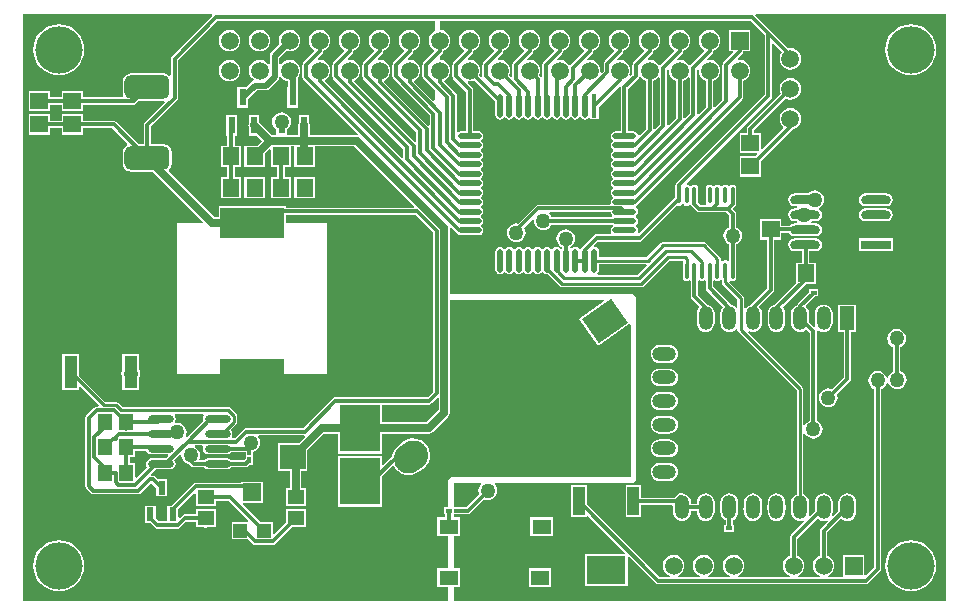
<source format=gtl>
G04*
G04 #@! TF.GenerationSoftware,Altium Limited,Altium Designer,18.1.11 (251)*
G04*
G04 Layer_Physical_Order=1*
G04 Layer_Color=255*
%FSLAX25Y25*%
%MOIN*%
G70*
G01*
G75*
%ADD11C,0.01000*%
%ADD51R,0.02362X0.04528*%
%ADD52R,0.04724X0.05512*%
%ADD53R,0.08600X0.08000*%
%ADD54R,0.21260X0.10000*%
%ADD55R,0.01181X0.01968*%
%ADD56R,0.04724X0.04724*%
%ADD57R,0.06299X0.05906*%
%ADD58O,0.08661X0.02362*%
%ADD59R,0.05512X0.04724*%
%ADD60R,0.13386X0.15748*%
%ADD61R,0.03937X0.09449*%
%ADD62R,0.12992X0.09449*%
%ADD63R,0.01968X0.01181*%
%ADD64R,0.06299X0.05118*%
G04:AMPARAMS|DCode=65|XSize=118.11mil|YSize=98.43mil|CornerRadius=0mil|HoleSize=0mil|Usage=FLASHONLY|Rotation=215.000|XOffset=0mil|YOffset=0mil|HoleType=Round|Shape=Rectangle|*
%AMROTATEDRECTD65*
4,1,4,0.02015,0.07419,0.07660,-0.00644,-0.02015,-0.07419,-0.07660,0.00644,0.02015,0.07419,0.0*
%
%ADD65ROTATEDRECTD65*%

G04:AMPARAMS|DCode=66|XSize=118.11mil|YSize=98.43mil|CornerRadius=0mil|HoleSize=0mil|Usage=FLASHONLY|Rotation=215.000|XOffset=0mil|YOffset=0mil|HoleType=Round|Shape=Round|*
%AMOVALD66*
21,1,0.01968,0.09843,0.00000,0.00000,215.0*
1,1,0.09843,0.00806,0.00564*
1,1,0.09843,-0.00806,-0.00564*
%
%ADD66OVALD66*%

%ADD67R,0.05906X0.05512*%
%ADD68R,0.01181X0.05906*%
%ADD69O,0.01181X0.05906*%
%ADD70O,0.07874X0.04724*%
%ADD71O,0.04724X0.07874*%
%ADD72R,0.04724X0.07874*%
%ADD73R,0.05512X0.05906*%
%ADD74R,0.02362X0.05709*%
%ADD75R,0.01772X0.07874*%
%ADD76O,0.01772X0.07874*%
%ADD77O,0.07874X0.01772*%
%ADD78O,0.10000X0.03000*%
%ADD79R,0.10000X0.03000*%
%ADD80R,0.04331X0.10630*%
%ADD81R,0.42126X0.36221*%
%ADD82C,0.01200*%
%ADD83C,0.02500*%
%ADD84C,0.02000*%
%ADD85C,0.05906*%
%ADD86R,0.05906X0.05906*%
G04:AMPARAMS|DCode=87|XSize=150mil|YSize=78.74mil|CornerRadius=19.68mil|HoleSize=0mil|Usage=FLASHONLY|Rotation=0.000|XOffset=0mil|YOffset=0mil|HoleType=Round|Shape=RoundedRectangle|*
%AMROUNDEDRECTD87*
21,1,0.15000,0.03937,0,0,0.0*
21,1,0.11063,0.07874,0,0,0.0*
1,1,0.03937,0.05531,-0.01968*
1,1,0.03937,-0.05531,-0.01968*
1,1,0.03937,-0.05531,0.01968*
1,1,0.03937,0.05531,0.01968*
%
%ADD87ROUNDEDRECTD87*%
%ADD88C,0.05000*%
%ADD89C,0.15748*%
G36*
X552379Y297621D02*
X388194D01*
Y302341D01*
X390250D01*
Y308659D01*
X388194D01*
Y319341D01*
X390250D01*
Y325659D01*
X388194D01*
Y326687D01*
X389212D01*
X389378Y326654D01*
X392878D01*
X393346Y326748D01*
X393743Y327013D01*
X398351Y331621D01*
X398691Y331480D01*
X399500Y331373D01*
X400309Y331480D01*
X401063Y331792D01*
X401711Y332289D01*
X402208Y332937D01*
X402520Y333691D01*
X402627Y334500D01*
X402520Y335309D01*
X402208Y336063D01*
X401762Y336645D01*
X401883Y337145D01*
X448000D01*
X448900Y338045D01*
Y399007D01*
X448000Y399900D01*
X386886D01*
Y422000D01*
X386883Y422014D01*
X387344Y422260D01*
X389218Y420387D01*
X389258Y420360D01*
X389378Y420181D01*
X389869Y419852D01*
X390449Y419737D01*
X396551D01*
X397131Y419852D01*
X397622Y420181D01*
X397951Y420672D01*
X398066Y421252D01*
X397951Y421832D01*
X397622Y422323D01*
X397285Y422549D01*
X397270Y422592D01*
Y423062D01*
X397285Y423104D01*
X397622Y423330D01*
X397951Y423822D01*
X398066Y424402D01*
X397951Y424981D01*
X397622Y425473D01*
X397285Y425699D01*
X397270Y425741D01*
Y426212D01*
X397285Y426254D01*
X397622Y426480D01*
X397951Y426971D01*
X398066Y427551D01*
X397951Y428131D01*
X397622Y428622D01*
X397285Y428848D01*
X397270Y428891D01*
Y429361D01*
X397285Y429404D01*
X397622Y429630D01*
X397951Y430121D01*
X398066Y430701D01*
X397951Y431281D01*
X397622Y431772D01*
X397285Y431998D01*
X397270Y432040D01*
Y432511D01*
X397285Y432553D01*
X397622Y432779D01*
X397951Y433271D01*
X398066Y433850D01*
X397951Y434430D01*
X397622Y434922D01*
X397285Y435147D01*
X397270Y435190D01*
Y435660D01*
X397285Y435703D01*
X397622Y435929D01*
X397951Y436420D01*
X398066Y437000D01*
X397951Y437580D01*
X397622Y438071D01*
X397285Y438297D01*
X397270Y438340D01*
Y438810D01*
X397285Y438853D01*
X397622Y439078D01*
X397951Y439570D01*
X398066Y440150D01*
X397951Y440729D01*
X397622Y441221D01*
X397285Y441447D01*
X397270Y441489D01*
Y441960D01*
X397285Y442002D01*
X397622Y442228D01*
X397951Y442720D01*
X398066Y443299D01*
X397951Y443879D01*
X397622Y444370D01*
X397285Y444596D01*
X397270Y444639D01*
Y445109D01*
X397285Y445152D01*
X397622Y445378D01*
X397951Y445869D01*
X398066Y446449D01*
X397951Y447029D01*
X397622Y447520D01*
X397285Y447746D01*
X397270Y447788D01*
Y448259D01*
X397285Y448301D01*
X397622Y448527D01*
X397951Y449019D01*
X398066Y449598D01*
X397951Y450178D01*
X397622Y450670D01*
X397285Y450896D01*
X397270Y450938D01*
Y451408D01*
X397285Y451451D01*
X397622Y451677D01*
X397951Y452168D01*
X398066Y452748D01*
X397951Y453328D01*
X397622Y453819D01*
X397131Y454148D01*
X396551Y454263D01*
X394724D01*
Y468061D01*
X394630Y468530D01*
X394365Y468927D01*
X392785Y470506D01*
X393019Y470980D01*
X393500Y470917D01*
X394427Y471039D01*
X394996Y471274D01*
X402024Y464245D01*
Y459736D01*
X402140Y459157D01*
X402468Y458665D01*
X402960Y458337D01*
X403539Y458221D01*
X404119Y458337D01*
X404611Y458665D01*
X404836Y459003D01*
X404879Y459017D01*
X405349D01*
X405392Y459003D01*
X405618Y458665D01*
X406109Y458337D01*
X406689Y458221D01*
X407269Y458337D01*
X407760Y458665D01*
X407986Y459003D01*
X408029Y459017D01*
X408499D01*
X408542Y459003D01*
X408767Y458665D01*
X409259Y458337D01*
X409839Y458221D01*
X410418Y458337D01*
X410910Y458665D01*
X411136Y459003D01*
X411178Y459017D01*
X411649D01*
X411691Y459003D01*
X411917Y458665D01*
X412408Y458337D01*
X412988Y458221D01*
X413568Y458337D01*
X414059Y458665D01*
X414285Y459003D01*
X414328Y459017D01*
X414798D01*
X414841Y459003D01*
X415067Y458665D01*
X415558Y458337D01*
X416138Y458221D01*
X416718Y458337D01*
X417209Y458665D01*
X417435Y459003D01*
X417478Y459017D01*
X417948D01*
X417990Y459003D01*
X418216Y458665D01*
X418708Y458337D01*
X419287Y458221D01*
X419867Y458337D01*
X420359Y458665D01*
X420584Y459003D01*
X420627Y459017D01*
X421097D01*
X421140Y459003D01*
X421366Y458665D01*
X421857Y458337D01*
X422437Y458221D01*
X423017Y458337D01*
X423508Y458665D01*
X423734Y459003D01*
X423777Y459017D01*
X424247D01*
X424290Y459003D01*
X424515Y458665D01*
X425007Y458337D01*
X425587Y458221D01*
X426166Y458337D01*
X426658Y458665D01*
X426884Y459003D01*
X426926Y459017D01*
X427397D01*
X427439Y459003D01*
X427665Y458665D01*
X428157Y458337D01*
X428736Y458221D01*
X429316Y458337D01*
X429808Y458665D01*
X430033Y459003D01*
X430076Y459017D01*
X430546D01*
X430589Y459003D01*
X430815Y458665D01*
X431306Y458337D01*
X431886Y458221D01*
X432466Y458337D01*
X432957Y458665D01*
X433050Y458804D01*
X433550Y458652D01*
Y458250D01*
X436521D01*
Y462543D01*
X443447Y469469D01*
X443908Y469223D01*
X443851Y468937D01*
Y454263D01*
X442024D01*
X441444Y454148D01*
X440952Y453819D01*
X440624Y453328D01*
X440509Y452748D01*
X440624Y452168D01*
X440952Y451677D01*
X441290Y451451D01*
X441305Y451408D01*
Y450938D01*
X441290Y450896D01*
X440952Y450670D01*
X440624Y450178D01*
X440509Y449598D01*
X440624Y449019D01*
X440952Y448527D01*
X441290Y448301D01*
X441305Y448259D01*
Y447788D01*
X441290Y447746D01*
X440952Y447520D01*
X440624Y447029D01*
X440509Y446449D01*
X440624Y445869D01*
X440952Y445378D01*
X441290Y445152D01*
X441305Y445109D01*
Y444639D01*
X441290Y444596D01*
X440952Y444370D01*
X440624Y443879D01*
X440509Y443299D01*
X440624Y442720D01*
X440952Y442228D01*
X441290Y442002D01*
X441305Y441960D01*
Y441489D01*
X441290Y441447D01*
X440952Y441221D01*
X440624Y440729D01*
X440509Y440150D01*
X440624Y439570D01*
X440952Y439078D01*
X441290Y438853D01*
X441305Y438810D01*
Y438340D01*
X441290Y438297D01*
X440952Y438071D01*
X440624Y437580D01*
X440509Y437000D01*
X440624Y436420D01*
X440952Y435929D01*
X441290Y435703D01*
X441305Y435660D01*
Y435190D01*
X441290Y435147D01*
X440952Y434922D01*
X440624Y434430D01*
X440509Y433850D01*
X440624Y433271D01*
X440952Y432779D01*
X441290Y432553D01*
X441305Y432511D01*
Y432040D01*
X441290Y431998D01*
X440952Y431772D01*
X440624Y431281D01*
X440509Y430701D01*
X440584Y430324D01*
X440267Y429823D01*
X416302D01*
X415834Y429730D01*
X415437Y429465D01*
X409529Y423557D01*
X409000Y423627D01*
X408191Y423520D01*
X407437Y423208D01*
X406789Y422711D01*
X406292Y422063D01*
X405980Y421309D01*
X405873Y420500D01*
X405980Y419691D01*
X406292Y418937D01*
X406789Y418289D01*
X407437Y417792D01*
X408191Y417480D01*
X409000Y417373D01*
X409809Y417480D01*
X410563Y417792D01*
X411211Y418289D01*
X411708Y418937D01*
X412020Y419691D01*
X412127Y420500D01*
X412020Y421309D01*
X411708Y422063D01*
X411616Y422184D01*
X414435Y425003D01*
X414909Y424770D01*
X414873Y424500D01*
X414980Y423691D01*
X415292Y422937D01*
X415789Y422289D01*
X416437Y421792D01*
X417191Y421480D01*
X418000Y421373D01*
X418809Y421480D01*
X419563Y421792D01*
X420211Y422289D01*
X420708Y422937D01*
X420808Y423178D01*
X441180D01*
X441290Y423104D01*
X441305Y423062D01*
Y422592D01*
X441290Y422549D01*
X440952Y422323D01*
X440624Y421832D01*
X440509Y421252D01*
X440624Y420672D01*
X440746Y420490D01*
X440479Y419990D01*
X435766D01*
X435298Y419897D01*
X434901Y419631D01*
X431021Y415751D01*
X430756Y415354D01*
X430725Y415201D01*
X430589Y414997D01*
X430546Y414983D01*
X430076D01*
X430033Y414997D01*
X429808Y415335D01*
X429316Y415663D01*
X428736Y415779D01*
X428157Y415663D01*
X427665Y415335D01*
X427633Y415287D01*
X427014Y415229D01*
X427013Y415230D01*
X427059Y415741D01*
X427095Y415816D01*
X427711Y416289D01*
X428208Y416937D01*
X428520Y417691D01*
X428627Y418500D01*
X428520Y419309D01*
X428208Y420063D01*
X427711Y420711D01*
X427063Y421208D01*
X426309Y421520D01*
X425500Y421627D01*
X424691Y421520D01*
X423937Y421208D01*
X423289Y420711D01*
X422792Y420063D01*
X422480Y419309D01*
X422373Y418500D01*
X422480Y417691D01*
X422792Y416937D01*
X423289Y416289D01*
X423937Y415792D01*
X424363Y415616D01*
Y415107D01*
X424290Y414997D01*
X424247Y414983D01*
X423777D01*
X423734Y414997D01*
X423508Y415335D01*
X423017Y415663D01*
X422437Y415779D01*
X421857Y415663D01*
X421366Y415335D01*
X421140Y414997D01*
X421097Y414983D01*
X420627D01*
X420584Y414997D01*
X420359Y415335D01*
X419867Y415663D01*
X419287Y415779D01*
X418708Y415663D01*
X418216Y415335D01*
X417990Y414997D01*
X417948Y414983D01*
X417478D01*
X417435Y414997D01*
X417209Y415335D01*
X416718Y415663D01*
X416138Y415779D01*
X415558Y415663D01*
X415067Y415335D01*
X414841Y414997D01*
X414798Y414983D01*
X414328D01*
X414285Y414997D01*
X414059Y415335D01*
X413568Y415663D01*
X412988Y415779D01*
X412408Y415663D01*
X411917Y415335D01*
X411691Y414997D01*
X411649Y414983D01*
X411178D01*
X411136Y414997D01*
X410910Y415335D01*
X410418Y415663D01*
X409839Y415779D01*
X409259Y415663D01*
X408767Y415335D01*
X408542Y414997D01*
X408499Y414983D01*
X408029D01*
X407986Y414997D01*
X407760Y415335D01*
X407269Y415663D01*
X406689Y415779D01*
X406109Y415663D01*
X405618Y415335D01*
X405392Y414997D01*
X405349Y414983D01*
X404879D01*
X404836Y414997D01*
X404611Y415335D01*
X404119Y415663D01*
X403539Y415779D01*
X402960Y415663D01*
X402468Y415335D01*
X402140Y414844D01*
X402024Y414264D01*
Y408161D01*
X402140Y407582D01*
X402468Y407090D01*
X402960Y406762D01*
X403539Y406646D01*
X404119Y406762D01*
X404611Y407090D01*
X404836Y407428D01*
X404879Y407443D01*
X405349D01*
X405392Y407428D01*
X405618Y407090D01*
X406109Y406762D01*
X406689Y406646D01*
X407269Y406762D01*
X407760Y407090D01*
X407986Y407428D01*
X408029Y407443D01*
X408499D01*
X408542Y407428D01*
X408767Y407090D01*
X409259Y406762D01*
X409839Y406646D01*
X410418Y406762D01*
X410910Y407090D01*
X411136Y407428D01*
X411178Y407443D01*
X411649D01*
X411691Y407428D01*
X411917Y407090D01*
X412408Y406762D01*
X412988Y406646D01*
X413568Y406762D01*
X414059Y407090D01*
X414285Y407428D01*
X414328Y407443D01*
X414798D01*
X414841Y407428D01*
X415067Y407090D01*
X415558Y406762D01*
X416138Y406646D01*
X416718Y406762D01*
X417209Y407090D01*
X417435Y407428D01*
X417478Y407443D01*
X417948D01*
X417990Y407428D01*
X418216Y407090D01*
X418708Y406762D01*
X419287Y406646D01*
X419513Y406691D01*
X423620Y402584D01*
X423620Y402584D01*
X423983Y402341D01*
X424413Y402256D01*
X424413Y402256D01*
X450706D01*
X450706Y402256D01*
X451135Y402341D01*
X451499Y402584D01*
X460113Y411198D01*
X464701D01*
Y410656D01*
X464609Y410192D01*
Y405468D01*
X464701Y405003D01*
X464964Y404610D01*
X465358Y404347D01*
X465823Y404254D01*
X466287Y404347D01*
X466658Y404595D01*
X466788Y404568D01*
X467158Y404424D01*
Y399248D01*
X467251Y398780D01*
X467517Y398383D01*
X470030Y395870D01*
X470017Y395680D01*
X469542Y395061D01*
X469244Y394340D01*
X469142Y393567D01*
Y390417D01*
X469244Y389644D01*
X469542Y388923D01*
X470017Y388305D01*
X470636Y387830D01*
X471357Y387531D01*
X472130Y387430D01*
X472903Y387531D01*
X473624Y387830D01*
X474243Y388305D01*
X474717Y388923D01*
X475016Y389644D01*
X475118Y390417D01*
Y393567D01*
X475016Y394340D01*
X474717Y395061D01*
X474243Y395680D01*
X473624Y396154D01*
X472910Y396450D01*
X469605Y399755D01*
Y404424D01*
X469975Y404568D01*
X470105Y404595D01*
X470476Y404347D01*
X470941Y404254D01*
X471406Y404347D01*
X471776Y404595D01*
X471907Y404568D01*
X472276Y404424D01*
Y402004D01*
X472370Y401536D01*
X472635Y401139D01*
X477904Y395870D01*
X477891Y395680D01*
X477416Y395061D01*
X477118Y394340D01*
X477016Y393567D01*
Y390417D01*
X477118Y389644D01*
X477416Y388923D01*
X477891Y388305D01*
X478510Y387830D01*
X479231Y387531D01*
X480004Y387430D01*
X480777Y387531D01*
X481498Y387830D01*
X482117Y388305D01*
X482245Y388471D01*
X482745Y388302D01*
Y388134D01*
X482745Y388134D01*
X482830Y387705D01*
X483073Y387341D01*
X502504Y367910D01*
Y333316D01*
X502132Y333162D01*
X501513Y332687D01*
X501039Y332069D01*
X500740Y331348D01*
X500638Y330575D01*
Y327425D01*
X500740Y326652D01*
X501039Y325931D01*
X501513Y325312D01*
X502132Y324838D01*
X502853Y324539D01*
X503626Y324437D01*
X504399Y324539D01*
X504745Y324682D01*
X505028Y324259D01*
X500635Y319865D01*
X500370Y319468D01*
X500277Y319000D01*
Y312839D01*
X499708Y312603D01*
X498966Y312034D01*
X498397Y311292D01*
X498039Y310427D01*
X497917Y309500D01*
X498039Y308573D01*
X498397Y307708D01*
X498966Y306966D01*
X499708Y306397D01*
X500126Y306224D01*
X500027Y305724D01*
X482973D01*
X482874Y306224D01*
X483292Y306397D01*
X484034Y306966D01*
X484603Y307708D01*
X484961Y308573D01*
X485083Y309500D01*
X484961Y310427D01*
X484603Y311292D01*
X484034Y312034D01*
X483292Y312603D01*
X482428Y312961D01*
X481500Y313083D01*
X480573Y312961D01*
X479708Y312603D01*
X478966Y312034D01*
X478397Y311292D01*
X478039Y310427D01*
X477917Y309500D01*
X478039Y308573D01*
X478397Y307708D01*
X478966Y306966D01*
X479708Y306397D01*
X480126Y306224D01*
X480027Y305724D01*
X472973D01*
X472874Y306224D01*
X473292Y306397D01*
X474034Y306966D01*
X474603Y307708D01*
X474961Y308573D01*
X475083Y309500D01*
X474961Y310427D01*
X474603Y311292D01*
X474034Y312034D01*
X473292Y312603D01*
X472428Y312961D01*
X471500Y313083D01*
X470573Y312961D01*
X469708Y312603D01*
X468966Y312034D01*
X468397Y311292D01*
X468039Y310427D01*
X467917Y309500D01*
X468039Y308573D01*
X468397Y307708D01*
X468966Y306966D01*
X469708Y306397D01*
X470126Y306224D01*
X470027Y305724D01*
X462973D01*
X462874Y306224D01*
X463292Y306397D01*
X464034Y306966D01*
X464603Y307708D01*
X464961Y308573D01*
X465083Y309500D01*
X464961Y310427D01*
X464603Y311292D01*
X464034Y312034D01*
X463292Y312603D01*
X462428Y312961D01*
X461500Y313083D01*
X460572Y312961D01*
X459708Y312603D01*
X458966Y312034D01*
X458397Y311292D01*
X458039Y310427D01*
X457917Y309500D01*
X458039Y308573D01*
X458397Y307708D01*
X458966Y306966D01*
X459708Y306397D01*
X460126Y306224D01*
X460027Y305724D01*
X456869D01*
X432513Y330079D01*
Y336242D01*
X427376D01*
Y325593D01*
X432513D01*
Y325965D01*
X432975Y326157D01*
X445263Y313869D01*
X445072Y313407D01*
X431904D01*
Y302758D01*
X446096D01*
Y312383D01*
X446558Y312574D01*
X455497Y303635D01*
X455894Y303370D01*
X456362Y303276D01*
X525500D01*
X525968Y303370D01*
X526365Y303635D01*
X530365Y307635D01*
X530630Y308032D01*
X530723Y308500D01*
Y368395D01*
X531063Y368536D01*
X531711Y369033D01*
X532208Y369681D01*
X532520Y370435D01*
X532526Y370479D01*
X533039Y370547D01*
X533292Y369937D01*
X533789Y369289D01*
X534437Y368792D01*
X535191Y368480D01*
X536000Y368373D01*
X536809Y368480D01*
X537563Y368792D01*
X538211Y369289D01*
X538708Y369937D01*
X539020Y370691D01*
X539127Y371500D01*
X539020Y372309D01*
X538708Y373063D01*
X538211Y373711D01*
X537563Y374208D01*
X537023Y374432D01*
Y382392D01*
X537363Y382532D01*
X538010Y383029D01*
X538507Y383677D01*
X538819Y384431D01*
X538926Y385240D01*
X538819Y386049D01*
X538507Y386804D01*
X538010Y387451D01*
X537363Y387948D01*
X536609Y388260D01*
X535799Y388367D01*
X534990Y388260D01*
X534236Y387948D01*
X533588Y387451D01*
X533091Y386804D01*
X532779Y386049D01*
X532673Y385240D01*
X532779Y384431D01*
X533091Y383677D01*
X533588Y383029D01*
X534236Y382532D01*
X534576Y382392D01*
Y374266D01*
X534437Y374208D01*
X533789Y373711D01*
X533292Y373063D01*
X532980Y372309D01*
X532974Y372265D01*
X532461Y372197D01*
X532208Y372808D01*
X531711Y373455D01*
X531063Y373952D01*
X530309Y374264D01*
X529500Y374371D01*
X528691Y374264D01*
X527937Y373952D01*
X527289Y373455D01*
X526792Y372808D01*
X526480Y372053D01*
X526373Y371244D01*
X526480Y370435D01*
X526792Y369681D01*
X527289Y369033D01*
X527937Y368536D01*
X528276Y368395D01*
Y309007D01*
X525553Y306283D01*
X525053Y306490D01*
Y313053D01*
X517947D01*
Y306224D01*
X517947Y305947D01*
X517540Y305724D01*
X512973D01*
X512874Y306224D01*
X513292Y306397D01*
X514034Y306966D01*
X514603Y307708D01*
X514961Y308573D01*
X515083Y309500D01*
X514961Y310427D01*
X514603Y311292D01*
X514034Y312034D01*
X513292Y312603D01*
X512723Y312839D01*
Y320619D01*
X517349Y325245D01*
X517880Y324838D01*
X518601Y324539D01*
X519374Y324437D01*
X520147Y324539D01*
X520868Y324838D01*
X521487Y325312D01*
X521961Y325931D01*
X522260Y326652D01*
X522362Y327425D01*
Y330575D01*
X522260Y331348D01*
X521961Y332069D01*
X521487Y332687D01*
X520868Y333162D01*
X520147Y333461D01*
X519374Y333563D01*
X518601Y333461D01*
X517880Y333162D01*
X517261Y332687D01*
X516786Y332069D01*
X516488Y331348D01*
X516386Y330575D01*
Y327743D01*
X514667Y326023D01*
X514243Y326306D01*
X514386Y326652D01*
X514488Y327425D01*
Y330575D01*
X514386Y331348D01*
X514087Y332069D01*
X513613Y332687D01*
X512994Y333162D01*
X512273Y333461D01*
X511500Y333563D01*
X510727Y333461D01*
X510006Y333162D01*
X509387Y332687D01*
X508913Y332069D01*
X508614Y331348D01*
X508512Y330575D01*
Y327743D01*
X506793Y326023D01*
X506369Y326306D01*
X506512Y326652D01*
X506614Y327425D01*
Y330575D01*
X506512Y331348D01*
X506214Y332069D01*
X505739Y332687D01*
X505120Y333162D01*
X504747Y333316D01*
Y353445D01*
X505247Y353544D01*
X505292Y353437D01*
X505789Y352789D01*
X506437Y352292D01*
X507191Y351980D01*
X508000Y351873D01*
X508809Y351980D01*
X509563Y352292D01*
X510211Y352789D01*
X510708Y353437D01*
X511020Y354191D01*
X511127Y355000D01*
X511020Y355809D01*
X510708Y356563D01*
X510211Y357211D01*
X509563Y357708D01*
X509224Y357849D01*
Y387618D01*
X509181Y387833D01*
X509634Y388115D01*
X510006Y387830D01*
X510727Y387531D01*
X511500Y387430D01*
X512273Y387531D01*
X512994Y387830D01*
X513613Y388305D01*
X514087Y388923D01*
X514386Y389644D01*
X514488Y390417D01*
Y393567D01*
X514386Y394340D01*
X514087Y395061D01*
X513613Y395680D01*
X512994Y396154D01*
X512273Y396453D01*
X511500Y396555D01*
X510727Y396453D01*
X510006Y396154D01*
X509387Y395680D01*
X508913Y395061D01*
X508614Y394340D01*
X508512Y393567D01*
Y390417D01*
X508614Y389644D01*
X508757Y389298D01*
X508333Y389015D01*
X506614Y390735D01*
Y393567D01*
X506512Y394340D01*
X506214Y395061D01*
X505739Y395680D01*
X505640Y395756D01*
X505607Y396255D01*
X508662Y399309D01*
X509706D01*
Y401690D01*
X508288D01*
X508122Y401723D01*
X507956Y401690D01*
X506538D01*
Y400646D01*
X502761Y396869D01*
X502496Y396472D01*
X502459Y396290D01*
X502132Y396154D01*
X501513Y395680D01*
X501039Y395061D01*
X500740Y394340D01*
X500638Y393567D01*
Y390417D01*
X500740Y389644D01*
X501039Y388923D01*
X501513Y388305D01*
X502132Y387830D01*
X502853Y387531D01*
X503626Y387430D01*
X504399Y387531D01*
X505120Y387830D01*
X505651Y388237D01*
X506777Y387111D01*
Y357849D01*
X506437Y357708D01*
X505789Y357211D01*
X505292Y356563D01*
X505247Y356456D01*
X504747Y356555D01*
Y368374D01*
X504662Y368803D01*
X504419Y369167D01*
X504419Y369167D01*
X486236Y387350D01*
X486519Y387774D01*
X487105Y387531D01*
X487878Y387430D01*
X488651Y387531D01*
X489372Y387830D01*
X489991Y388305D01*
X490465Y388923D01*
X490764Y389644D01*
X490866Y390417D01*
Y393567D01*
X490764Y394340D01*
X490465Y395061D01*
X489991Y395680D01*
X489978Y395870D01*
X494727Y400619D01*
X494993Y401016D01*
X495086Y401484D01*
Y418207D01*
X497415D01*
Y420339D01*
X500049D01*
X500285Y419986D01*
X500980Y419522D01*
X501799Y419359D01*
X508799D01*
X509619Y419522D01*
X510313Y419986D01*
X510777Y420681D01*
X510940Y421500D01*
X510777Y422319D01*
X510313Y423014D01*
X509619Y423478D01*
X508799Y423641D01*
X507498D01*
X507262Y424141D01*
X507442Y424359D01*
X508799D01*
X509619Y424522D01*
X510313Y424986D01*
X510777Y425681D01*
X510940Y426500D01*
X510777Y427319D01*
X510313Y428014D01*
X509999Y428224D01*
X510054Y428788D01*
X510063Y428792D01*
X510711Y429289D01*
X511208Y429937D01*
X511520Y430691D01*
X511627Y431500D01*
X511520Y432309D01*
X511208Y433063D01*
X510711Y433711D01*
X510063Y434208D01*
X509309Y434520D01*
X508500Y434627D01*
X507691Y434520D01*
X506937Y434208D01*
X506289Y433711D01*
X506236Y433641D01*
X501799D01*
X500980Y433478D01*
X500285Y433014D01*
X499821Y432319D01*
X499658Y431500D01*
X499821Y430681D01*
X500285Y429986D01*
X500980Y429522D01*
X501799Y429359D01*
X502502D01*
X502738Y428859D01*
X502558Y428641D01*
X501799D01*
X500980Y428478D01*
X500285Y428014D01*
X499821Y427319D01*
X499658Y426500D01*
X499821Y425681D01*
X500285Y424986D01*
X500980Y424522D01*
X501799Y424359D01*
X502558D01*
X502738Y424141D01*
X502502Y423641D01*
X501799D01*
X500980Y423478D01*
X500285Y423014D01*
X500133Y422787D01*
X497415D01*
Y424919D01*
X490309D01*
Y418207D01*
X492639D01*
Y401991D01*
X487098Y396450D01*
X486384Y396154D01*
X485765Y395680D01*
X485488Y395318D01*
X484988Y395488D01*
Y398678D01*
X484902Y399107D01*
X484659Y399471D01*
X484659Y399471D01*
X479998Y404132D01*
X480021Y404224D01*
X480588Y404430D01*
X480713Y404347D01*
X481177Y404254D01*
X481642Y404347D01*
X482035Y404610D01*
X482299Y405003D01*
X482391Y405468D01*
Y407782D01*
X482401Y407830D01*
Y416651D01*
X482741Y416792D01*
X483388Y417289D01*
X483885Y417937D01*
X484197Y418691D01*
X484304Y419500D01*
X484197Y420309D01*
X483885Y421063D01*
X483388Y421711D01*
X482741Y422208D01*
X482401Y422349D01*
Y426823D01*
X482308Y427291D01*
X482042Y427688D01*
X481256Y428474D01*
X482042Y429261D01*
X482308Y429658D01*
X482401Y430126D01*
Y433027D01*
X482391Y433076D01*
Y435389D01*
X482299Y435854D01*
X482035Y436248D01*
X481642Y436511D01*
X481177Y436603D01*
X480713Y436511D01*
X480319Y436248D01*
X480175Y436033D01*
X480174Y436032D01*
X479621D01*
X479620Y436033D01*
X479476Y436248D01*
X479083Y436511D01*
X478618Y436603D01*
X478154Y436511D01*
X477760Y436248D01*
X477616Y436033D01*
X477615Y436032D01*
X477062D01*
X477061Y436033D01*
X476917Y436248D01*
X476524Y436511D01*
X476059Y436603D01*
X475595Y436511D01*
X475201Y436248D01*
X475057Y436033D01*
X475056Y436032D01*
X474503D01*
X474502Y436033D01*
X474358Y436248D01*
X473965Y436511D01*
X473500Y436603D01*
X473035Y436511D01*
X472642Y436248D01*
X472378Y435854D01*
X472286Y435389D01*
Y430665D01*
X472378Y430200D01*
X472380Y430198D01*
X472113Y429698D01*
X470540D01*
X469605Y430633D01*
Y433027D01*
X469596Y433076D01*
Y435389D01*
X469503Y435854D01*
X469240Y436248D01*
X468846Y436511D01*
X468382Y436603D01*
X467917Y436511D01*
X467523Y436248D01*
X467380Y436033D01*
X467379Y436032D01*
X466826D01*
X466825Y436033D01*
X466681Y436248D01*
X466287Y436511D01*
X466004Y436567D01*
X465808Y437049D01*
X465807Y437077D01*
X493865Y465135D01*
X494130Y465532D01*
X494223Y466000D01*
Y483293D01*
X494686Y483484D01*
X497549Y480621D01*
X497247Y480228D01*
X496889Y479363D01*
X496767Y478436D01*
X496889Y477508D01*
X497247Y476644D01*
X497817Y475902D01*
X498559Y475333D01*
X499423Y474975D01*
X500350Y474853D01*
X501278Y474975D01*
X502142Y475333D01*
X502884Y475902D01*
X503454Y476644D01*
X503812Y477508D01*
X503934Y478436D01*
X503812Y479363D01*
X503454Y480228D01*
X502884Y480970D01*
X502142Y481539D01*
X501278Y481897D01*
X500350Y482019D01*
X499697Y481933D01*
X493865Y487765D01*
X493865Y487765D01*
X488752Y492878D01*
X488959Y493378D01*
X552378D01*
X552379Y297621D01*
D02*
G37*
G36*
X307748Y492878D02*
X294235Y479365D01*
X293970Y478968D01*
X293877Y478500D01*
Y472953D01*
X293376Y472783D01*
X293363Y472800D01*
X292827Y473212D01*
X292202Y473471D01*
X291531Y473559D01*
X280469D01*
X279798Y473471D01*
X279173Y473212D01*
X278637Y472800D01*
X278225Y472264D01*
X277966Y471639D01*
X277878Y470968D01*
Y467031D01*
X277966Y466361D01*
X278049Y466160D01*
X277715Y465660D01*
X264553D01*
Y467793D01*
X257447D01*
Y465660D01*
X253553D01*
Y467793D01*
X246447D01*
Y461081D01*
X253553D01*
Y463213D01*
X257447D01*
Y461081D01*
X264553D01*
Y463213D01*
X281437D01*
X281905Y463307D01*
X282302Y463572D01*
X283171Y464441D01*
X291531D01*
X291553Y464444D01*
X291786Y463970D01*
X285135Y457318D01*
X284870Y456922D01*
X284776Y456453D01*
Y449937D01*
X283171D01*
X275680Y457428D01*
X275283Y457693D01*
X274815Y457787D01*
X264553D01*
Y459919D01*
X257447D01*
Y457787D01*
X253553D01*
Y459919D01*
X246447D01*
Y453207D01*
X253553D01*
Y455339D01*
X257447D01*
Y453207D01*
X264553D01*
Y455339D01*
X274308D01*
X279416Y450232D01*
X279298Y449642D01*
X279173Y449590D01*
X278637Y449178D01*
X278225Y448642D01*
X277966Y448017D01*
X277878Y447346D01*
Y443409D01*
X277966Y442739D01*
X278225Y442114D01*
X278637Y441578D01*
X279173Y441166D01*
X279798Y440907D01*
X280469Y440819D01*
X287892D01*
X304550Y424161D01*
X304358Y423699D01*
X295983Y423700D01*
Y373306D01*
X346017D01*
Y423694D01*
X332230Y423696D01*
Y426359D01*
X375446D01*
X381327Y420478D01*
Y367557D01*
X379426Y365656D01*
X348679D01*
X348211Y365563D01*
X347814Y365297D01*
X337940Y355423D01*
X318967D01*
X318499Y355330D01*
X318102Y355065D01*
X315142Y352105D01*
X314409D01*
X314142Y352605D01*
X314276Y352805D01*
X314414Y353500D01*
X314276Y354195D01*
X313882Y354784D01*
X313866Y354955D01*
X315673Y356762D01*
X315673Y356762D01*
X315916Y357126D01*
X316001Y357555D01*
Y359445D01*
X315916Y359874D01*
X315673Y360238D01*
X315673Y360238D01*
X313884Y362027D01*
X313520Y362270D01*
X313090Y362355D01*
X313090Y362355D01*
X277785D01*
X276313Y363827D01*
X275949Y364070D01*
X275520Y364155D01*
X275520Y364155D01*
X271962D01*
X263265Y372852D01*
Y379946D01*
X257735D01*
Y368116D01*
X263265D01*
Y369027D01*
X263727Y369218D01*
X269926Y363019D01*
X269735Y362557D01*
X269097D01*
X268629Y362464D01*
X268232Y362199D01*
X265729Y359696D01*
X265464Y359299D01*
X265371Y358831D01*
Y335906D01*
X265464Y335437D01*
X265729Y335040D01*
X267135Y333635D01*
X267532Y333370D01*
X268000Y333277D01*
X283000D01*
X283468Y333370D01*
X283865Y333635D01*
X287300Y337069D01*
X287414D01*
X289003Y335480D01*
Y332565D01*
X292565D01*
Y338293D01*
X289651D01*
X288786Y339158D01*
X288388Y339423D01*
X287920Y339516D01*
X287312D01*
X287105Y340016D01*
X288773Y341684D01*
X293701D01*
X294396Y341822D01*
X294985Y342216D01*
X295378Y342805D01*
X295517Y343500D01*
X295378Y344195D01*
X295024Y344726D01*
X296906Y346608D01*
X297380Y346374D01*
X297373Y346325D01*
X297480Y345516D01*
X297792Y344761D01*
X298289Y344114D01*
X298937Y343617D01*
X299691Y343305D01*
X300007Y343263D01*
X300635Y342635D01*
X301032Y342370D01*
X301500Y342277D01*
X304975D01*
X305015Y342216D01*
X305604Y341822D01*
X306299Y341684D01*
X312598D01*
X313293Y341822D01*
X313882Y342216D01*
X313923Y342277D01*
X318878D01*
X319346Y342370D01*
X319743Y342635D01*
X320146Y343038D01*
X321191D01*
Y344456D01*
X321223Y344622D01*
X321191Y344788D01*
Y347212D01*
X321223Y347378D01*
Y347468D01*
X321309Y347480D01*
X322063Y347792D01*
X322711Y348289D01*
X323208Y348937D01*
X323520Y349691D01*
X323627Y350500D01*
X323520Y351309D01*
X323208Y352063D01*
X322891Y352477D01*
X323137Y352976D01*
X338352D01*
X338507Y352748D01*
X338575Y352492D01*
X336433Y350350D01*
X329600D01*
Y341150D01*
X333614D01*
Y335383D01*
X332144D01*
Y329459D01*
X338856D01*
Y335383D01*
X337386D01*
Y341150D01*
X339400D01*
Y347983D01*
X344890Y353472D01*
X349707D01*
Y346884D01*
X364293D01*
Y353472D01*
X379858D01*
X380580Y353616D01*
X381192Y354025D01*
X386334Y359166D01*
X386743Y359778D01*
X386886Y360500D01*
Y398100D01*
X438181D01*
X438331Y397623D01*
X429986Y391780D01*
X436320Y382734D01*
X446607Y389938D01*
X447107Y389677D01*
Y338945D01*
X387294D01*
X386394Y338045D01*
Y329068D01*
X385038D01*
Y326687D01*
X385277D01*
Y325659D01*
X382750D01*
Y319341D01*
X386394D01*
Y308659D01*
X382750D01*
Y302341D01*
X386394D01*
Y297621D01*
X244621D01*
Y493378D01*
X307541D01*
X307748Y492878D01*
D02*
G37*
G36*
X381806Y487644D02*
X381708Y487603D01*
X380966Y487034D01*
X380397Y486292D01*
X380039Y485428D01*
X379917Y484500D01*
X380039Y483572D01*
X380397Y482708D01*
X380966Y481966D01*
X381676Y481421D01*
X381719Y481083D01*
X381725Y480894D01*
X378082Y477251D01*
X377817Y476854D01*
X377724Y476386D01*
Y472614D01*
X377817Y472146D01*
X378082Y471749D01*
X381806Y468025D01*
Y464685D01*
X381344Y464493D01*
X375073Y470765D01*
X375190Y471354D01*
X375292Y471397D01*
X376034Y471966D01*
X376603Y472708D01*
X376961Y473572D01*
X377083Y474500D01*
X376961Y475427D01*
X376603Y476292D01*
X376034Y477034D01*
X375292Y477603D01*
X374427Y477961D01*
X373500Y478083D01*
X373019Y478020D01*
X372785Y478494D01*
X374365Y480073D01*
X374630Y480470D01*
X374724Y480939D01*
Y481161D01*
X375292Y481397D01*
X376034Y481966D01*
X376603Y482708D01*
X376961Y483572D01*
X377083Y484500D01*
X376961Y485428D01*
X376603Y486292D01*
X376034Y487034D01*
X375292Y487603D01*
X374427Y487961D01*
X373500Y488083D01*
X372573Y487961D01*
X371708Y487603D01*
X370966Y487034D01*
X370397Y486292D01*
X370039Y485428D01*
X369917Y484500D01*
X370039Y483572D01*
X370397Y482708D01*
X370966Y481966D01*
X371602Y481478D01*
X371741Y480910D01*
X368082Y477251D01*
X367817Y476854D01*
X367724Y476386D01*
Y472614D01*
X367817Y472146D01*
X368082Y471749D01*
X380139Y459692D01*
Y456405D01*
X379640Y456198D01*
X365073Y470765D01*
X365190Y471354D01*
X365292Y471397D01*
X366034Y471966D01*
X366603Y472708D01*
X366961Y473572D01*
X367083Y474500D01*
X366961Y475427D01*
X366603Y476292D01*
X366034Y477034D01*
X365292Y477603D01*
X364427Y477961D01*
X363500Y478083D01*
X363019Y478020D01*
X362785Y478494D01*
X364365Y480073D01*
X364630Y480470D01*
X364723Y480939D01*
Y481161D01*
X365292Y481397D01*
X366034Y481966D01*
X366603Y482708D01*
X366961Y483572D01*
X367083Y484500D01*
X366961Y485428D01*
X366603Y486292D01*
X366034Y487034D01*
X365292Y487603D01*
X364427Y487961D01*
X363500Y488083D01*
X362573Y487961D01*
X361708Y487603D01*
X360966Y487034D01*
X360397Y486292D01*
X360039Y485428D01*
X359917Y484500D01*
X360039Y483572D01*
X360397Y482708D01*
X360966Y481966D01*
X361602Y481478D01*
X361741Y480910D01*
X358082Y477251D01*
X357817Y476854D01*
X357724Y476386D01*
Y472614D01*
X357817Y472146D01*
X358082Y471749D01*
X375740Y454092D01*
Y450805D01*
X375239Y450598D01*
X355073Y470765D01*
X355190Y471354D01*
X355292Y471397D01*
X356034Y471966D01*
X356603Y472708D01*
X356961Y473572D01*
X357083Y474500D01*
X356961Y475427D01*
X356603Y476292D01*
X356034Y477034D01*
X355292Y477603D01*
X354427Y477961D01*
X353500Y478083D01*
X353019Y478020D01*
X352785Y478494D01*
X354365Y480073D01*
X354630Y480470D01*
X354724Y480939D01*
Y481161D01*
X355292Y481397D01*
X356034Y481966D01*
X356603Y482708D01*
X356961Y483572D01*
X357083Y484500D01*
X356961Y485428D01*
X356603Y486292D01*
X356034Y487034D01*
X355292Y487603D01*
X354427Y487961D01*
X353500Y488083D01*
X352573Y487961D01*
X351708Y487603D01*
X350966Y487034D01*
X350397Y486292D01*
X350039Y485428D01*
X349917Y484500D01*
X350039Y483572D01*
X350397Y482708D01*
X350966Y481966D01*
X351602Y481478D01*
X351741Y480910D01*
X348082Y477251D01*
X347817Y476854D01*
X347724Y476386D01*
Y472614D01*
X347817Y472146D01*
X348082Y471749D01*
X371340Y448492D01*
Y445582D01*
X370840Y445375D01*
X345295Y470919D01*
X345424Y471498D01*
X346034Y471966D01*
X346603Y472708D01*
X346961Y473572D01*
X347083Y474500D01*
X346961Y475427D01*
X346603Y476292D01*
X346034Y477034D01*
X345292Y477603D01*
X344427Y477961D01*
X343500Y478083D01*
X343019Y478020D01*
X342785Y478494D01*
X344365Y480073D01*
X344630Y480470D01*
X344724Y480939D01*
Y481161D01*
X345292Y481397D01*
X346034Y481966D01*
X346603Y482708D01*
X346961Y483572D01*
X347083Y484500D01*
X346961Y485428D01*
X346603Y486292D01*
X346034Y487034D01*
X345292Y487603D01*
X344427Y487961D01*
X343500Y488083D01*
X342573Y487961D01*
X341708Y487603D01*
X340966Y487034D01*
X340397Y486292D01*
X340039Y485428D01*
X339917Y484500D01*
X340039Y483572D01*
X340397Y482708D01*
X340966Y481966D01*
X341602Y481478D01*
X341741Y480910D01*
X338082Y477251D01*
X337817Y476854D01*
X337724Y476386D01*
Y472388D01*
X337817Y471919D01*
X338082Y471523D01*
X356109Y453496D01*
X355862Y453035D01*
X355848Y453038D01*
X340126D01*
Y456374D01*
X340021Y456903D01*
Y459828D01*
X336459D01*
Y456903D01*
X336354Y456374D01*
Y453038D01*
X332541D01*
Y454959D01*
X332971Y455289D01*
X333468Y455937D01*
X333780Y456691D01*
X333887Y457500D01*
X333780Y458309D01*
X333468Y459063D01*
X332971Y459711D01*
X332323Y460208D01*
X331569Y460520D01*
X330760Y460627D01*
X329951Y460520D01*
X329197Y460208D01*
X328549Y459711D01*
X328052Y459063D01*
X327740Y458309D01*
X327633Y457500D01*
X327740Y456691D01*
X328052Y455937D01*
X328549Y455289D01*
X328979Y454959D01*
Y453038D01*
X327656D01*
X323354Y457341D01*
Y459777D01*
X319791D01*
Y456851D01*
X319686Y456323D01*
X319791Y455794D01*
Y452869D01*
X322491D01*
X324207Y451152D01*
X322557Y449502D01*
X318413D01*
Y442396D01*
X325125D01*
Y446734D01*
X326745Y448354D01*
X327207Y448163D01*
Y442396D01*
X329340D01*
Y439002D01*
X327207D01*
Y431896D01*
X333919D01*
Y439002D01*
X331786D01*
Y442396D01*
X333919D01*
Y449265D01*
X335081D01*
Y442396D01*
X341793D01*
Y449265D01*
X355067D01*
X375064Y429268D01*
X374873Y428806D01*
X332230D01*
Y429297D01*
X309770D01*
Y425583D01*
X308462D01*
X293125Y440921D01*
X293158Y441420D01*
X293363Y441578D01*
X293775Y442114D01*
X294034Y442739D01*
X294122Y443409D01*
Y447346D01*
X294034Y448017D01*
X293775Y448642D01*
X293363Y449178D01*
X292827Y449590D01*
X292202Y449849D01*
X291531Y449937D01*
X287224D01*
Y455947D01*
X295965Y464688D01*
X296230Y465085D01*
X296323Y465553D01*
Y477993D01*
X309507Y491177D01*
X381806D01*
Y487644D01*
D02*
G37*
G36*
X469947Y474732D02*
X469917Y474500D01*
X470039Y473572D01*
X470397Y472708D01*
X470966Y471966D01*
X471708Y471397D01*
X472276Y471161D01*
Y462515D01*
X469776Y460015D01*
X469276Y460222D01*
Y474858D01*
X469479Y475008D01*
X469947Y474732D01*
D02*
G37*
G36*
X466829Y472181D02*
Y460217D01*
X465224Y458611D01*
X464723Y458819D01*
Y471161D01*
X465292Y471397D01*
X466034Y471966D01*
X466329Y472351D01*
X466829Y472181D01*
D02*
G37*
G36*
X459947Y474732D02*
X459917Y474500D01*
X460039Y473572D01*
X460397Y472708D01*
X460966Y471966D01*
X461708Y471397D01*
X462277Y471161D01*
Y458814D01*
X459776Y456314D01*
X459276Y456521D01*
Y474858D01*
X459479Y475008D01*
X459947Y474732D01*
D02*
G37*
G36*
X456829Y472181D02*
Y456517D01*
X455224Y454911D01*
X454724Y455118D01*
Y471161D01*
X455292Y471397D01*
X456034Y471966D01*
X456329Y472351D01*
X456829Y472181D01*
D02*
G37*
G36*
X450966Y471966D02*
X451708Y471397D01*
X452277Y471161D01*
Y455113D01*
X450111Y452948D01*
X449569Y453112D01*
X449526Y453328D01*
X449197Y453819D01*
X448706Y454148D01*
X448126Y454263D01*
X446298D01*
Y468430D01*
X449812Y471944D01*
X450078Y472341D01*
X450606Y472435D01*
X450966Y471966D01*
D02*
G37*
G36*
X464821Y430021D02*
X464964Y429807D01*
X465358Y429543D01*
X465823Y429451D01*
X466287Y429543D01*
X466681Y429807D01*
X466705Y429842D01*
X467236Y429737D01*
X467251Y429658D01*
X467517Y429261D01*
X469168Y427609D01*
X469565Y427344D01*
X470034Y427251D01*
X479019D01*
X479954Y426316D01*
Y422349D01*
X479614Y422208D01*
X478966Y421711D01*
X478469Y421063D01*
X478157Y420309D01*
X478050Y419500D01*
X478157Y418691D01*
X478469Y417937D01*
X478966Y417289D01*
X479614Y416792D01*
X479954Y416651D01*
Y411236D01*
X479584Y411093D01*
X479454Y411066D01*
X479083Y411314D01*
X478618Y411406D01*
X478154Y411314D01*
X477760Y411051D01*
X477681Y410932D01*
X477181Y411084D01*
Y411735D01*
X477181Y411735D01*
X477095Y412164D01*
X476852Y412528D01*
X476852Y412528D01*
X472252Y417128D01*
X471888Y417371D01*
X471459Y417456D01*
X471459Y417456D01*
X458006D01*
X458006Y417456D01*
X457577Y417371D01*
X457213Y417128D01*
X452420Y412334D01*
X436550D01*
Y414264D01*
X436435Y414844D01*
X436107Y415335D01*
X435615Y415663D01*
X435186Y415749D01*
X434998Y416165D01*
X434989Y416259D01*
X436273Y417543D01*
X450148D01*
X450616Y417636D01*
X451013Y417901D01*
X462713Y429601D01*
X462799Y429543D01*
X463264Y429451D01*
X463728Y429543D01*
X464122Y429807D01*
X464265Y430021D01*
X464267Y430022D01*
X464820D01*
X464821Y430021D01*
D02*
G37*
G36*
X440624Y426971D02*
X440952Y426480D01*
X441000Y426448D01*
X441059Y425829D01*
X440853Y425625D01*
X420889D01*
X420708Y426063D01*
X420211Y426711D01*
X419995Y426876D01*
X420165Y427377D01*
X440544D01*
X440624Y426971D01*
D02*
G37*
G36*
X491777Y486393D02*
Y466507D01*
X462399Y437129D01*
X462133Y436732D01*
X462040Y436264D01*
Y432389D01*
X449974Y420322D01*
X449905Y420340D01*
X449526Y420672D01*
X449641Y421252D01*
X449526Y421832D01*
X449197Y422323D01*
X448859Y422549D01*
X448845Y422592D01*
Y423062D01*
X448859Y423104D01*
X449197Y423330D01*
X449526Y423822D01*
X449641Y424402D01*
X449526Y424981D01*
X449197Y425473D01*
X448859Y425699D01*
X448845Y425741D01*
Y426212D01*
X448859Y426254D01*
X449197Y426480D01*
X449526Y426971D01*
X449641Y427551D01*
X449526Y428131D01*
X449197Y428622D01*
X448859Y428848D01*
X448845Y428891D01*
Y429361D01*
X448859Y429404D01*
X449197Y429630D01*
X449317Y429809D01*
X449357Y429836D01*
X484365Y464844D01*
X484630Y465241D01*
X484724Y465709D01*
Y471161D01*
X485292Y471397D01*
X486034Y471966D01*
X486603Y472708D01*
X486961Y473572D01*
X487083Y474500D01*
X486961Y475427D01*
X486603Y476292D01*
X486034Y477034D01*
X485292Y477603D01*
X484427Y477961D01*
X483500Y478083D01*
X483019Y478020D01*
X482785Y478494D01*
X484365Y480073D01*
X484630Y480470D01*
X484724Y480939D01*
Y480947D01*
X487053D01*
Y488053D01*
X479947D01*
Y480947D01*
X481125D01*
X481316Y480485D01*
X478082Y477251D01*
X477817Y476854D01*
X477724Y476386D01*
Y464813D01*
X475223Y462312D01*
X474723Y462519D01*
Y471161D01*
X475292Y471397D01*
X476034Y471966D01*
X476603Y472708D01*
X476961Y473572D01*
X477083Y474500D01*
X476961Y475427D01*
X476603Y476292D01*
X476034Y477034D01*
X475292Y477603D01*
X474428Y477961D01*
X473500Y478083D01*
X472948Y478011D01*
X472715Y478484D01*
X474365Y480135D01*
X474630Y480532D01*
X474723Y481000D01*
Y481161D01*
X475292Y481397D01*
X476034Y481966D01*
X476603Y482708D01*
X476961Y483572D01*
X477083Y484500D01*
X476961Y485428D01*
X476603Y486292D01*
X476034Y487034D01*
X475292Y487603D01*
X474428Y487961D01*
X473500Y488083D01*
X472573Y487961D01*
X471708Y487603D01*
X470966Y487034D01*
X470397Y486292D01*
X470039Y485428D01*
X469917Y484500D01*
X470039Y483572D01*
X470397Y482708D01*
X470966Y481966D01*
X471567Y481505D01*
X471692Y480923D01*
X467188Y476418D01*
X467129Y476330D01*
X466851Y476310D01*
X466549Y476362D01*
X466034Y477034D01*
X465292Y477603D01*
X464428Y477961D01*
X463500Y478083D01*
X462948Y478011D01*
X462715Y478484D01*
X464365Y480135D01*
X464630Y480532D01*
X464723Y481000D01*
Y481161D01*
X465292Y481397D01*
X466034Y481966D01*
X466603Y482708D01*
X466961Y483572D01*
X467083Y484500D01*
X466961Y485428D01*
X466603Y486292D01*
X466034Y487034D01*
X465292Y487603D01*
X464428Y487961D01*
X463500Y488083D01*
X462572Y487961D01*
X461708Y487603D01*
X460966Y487034D01*
X460397Y486292D01*
X460039Y485428D01*
X459917Y484500D01*
X460039Y483572D01*
X460397Y482708D01*
X460966Y481966D01*
X461567Y481505D01*
X461692Y480923D01*
X457188Y476418D01*
X457129Y476330D01*
X456851Y476310D01*
X456549Y476362D01*
X456034Y477034D01*
X455292Y477603D01*
X454427Y477961D01*
X453500Y478083D01*
X453019Y478020D01*
X452785Y478494D01*
X454365Y480073D01*
X454630Y480470D01*
X454724Y480939D01*
Y481161D01*
X455292Y481397D01*
X456034Y481966D01*
X456603Y482708D01*
X456961Y483572D01*
X457083Y484500D01*
X456961Y485428D01*
X456603Y486292D01*
X456034Y487034D01*
X455292Y487603D01*
X454427Y487961D01*
X453500Y488083D01*
X452572Y487961D01*
X451708Y487603D01*
X450966Y487034D01*
X450397Y486292D01*
X450039Y485428D01*
X449917Y484500D01*
X450039Y483572D01*
X450397Y482708D01*
X450966Y481966D01*
X451602Y481478D01*
X451741Y480910D01*
X448082Y477251D01*
X447817Y476854D01*
X447724Y476386D01*
Y473316D01*
X447165Y472757D01*
X446741Y473040D01*
X446961Y473572D01*
X447083Y474500D01*
X446961Y475427D01*
X446603Y476292D01*
X446034Y477034D01*
X445292Y477603D01*
X444427Y477961D01*
X443500Y478083D01*
X442948Y478011D01*
X442715Y478484D01*
X444365Y480135D01*
X444630Y480532D01*
X444724Y481000D01*
Y481161D01*
X445292Y481397D01*
X446034Y481966D01*
X446603Y482708D01*
X446961Y483572D01*
X447083Y484500D01*
X446961Y485428D01*
X446603Y486292D01*
X446034Y487034D01*
X445292Y487603D01*
X444427Y487961D01*
X443500Y488083D01*
X442572Y487961D01*
X441708Y487603D01*
X440966Y487034D01*
X440397Y486292D01*
X440039Y485428D01*
X439917Y484500D01*
X440039Y483572D01*
X440397Y482708D01*
X440966Y481966D01*
X441567Y481505D01*
X441692Y480923D01*
X438482Y477712D01*
X438217Y477316D01*
X438124Y476847D01*
Y474415D01*
X437494Y473785D01*
X437020Y474019D01*
X437083Y474500D01*
X436961Y475427D01*
X436603Y476292D01*
X436034Y477034D01*
X435292Y477603D01*
X434427Y477961D01*
X433500Y478083D01*
X432948Y478011D01*
X432715Y478484D01*
X434365Y480135D01*
X434630Y480532D01*
X434724Y481000D01*
Y481161D01*
X435292Y481397D01*
X436034Y481966D01*
X436603Y482708D01*
X436961Y483572D01*
X437083Y484500D01*
X436961Y485428D01*
X436603Y486292D01*
X436034Y487034D01*
X435292Y487603D01*
X434427Y487961D01*
X433500Y488083D01*
X432573Y487961D01*
X431708Y487603D01*
X430966Y487034D01*
X430397Y486292D01*
X430039Y485428D01*
X429917Y484500D01*
X430039Y483572D01*
X430397Y482708D01*
X430966Y481966D01*
X431567Y481505D01*
X431692Y480923D01*
X427188Y476418D01*
X427129Y476330D01*
X426851Y476310D01*
X426549Y476362D01*
X426034Y477034D01*
X425292Y477603D01*
X424428Y477961D01*
X423500Y478083D01*
X422876Y478001D01*
X422642Y478475D01*
X424365Y480198D01*
X424630Y480595D01*
X424723Y481063D01*
Y481161D01*
X425292Y481397D01*
X426034Y481966D01*
X426603Y482708D01*
X426961Y483572D01*
X427083Y484500D01*
X426961Y485428D01*
X426603Y486292D01*
X426034Y487034D01*
X425292Y487603D01*
X424428Y487961D01*
X423500Y488083D01*
X422573Y487961D01*
X421708Y487603D01*
X420966Y487034D01*
X420397Y486292D01*
X420039Y485428D01*
X419917Y484500D01*
X420039Y483572D01*
X420397Y482708D01*
X420966Y481966D01*
X421532Y481532D01*
X421643Y480936D01*
X418082Y477375D01*
X417817Y476978D01*
X417724Y476510D01*
Y472480D01*
X417489Y472403D01*
X417224Y472397D01*
X417003Y472727D01*
X416726Y473004D01*
X416961Y473572D01*
X417083Y474500D01*
X416961Y475427D01*
X416603Y476292D01*
X416034Y477034D01*
X415292Y477603D01*
X414428Y477961D01*
X413500Y478083D01*
X412948Y478011D01*
X412715Y478484D01*
X414365Y480135D01*
X414630Y480532D01*
X414723Y481000D01*
Y481161D01*
X415292Y481397D01*
X416034Y481966D01*
X416603Y482708D01*
X416961Y483572D01*
X417083Y484500D01*
X416961Y485428D01*
X416603Y486292D01*
X416034Y487034D01*
X415292Y487603D01*
X414428Y487961D01*
X413500Y488083D01*
X412572Y487961D01*
X411708Y487603D01*
X410966Y487034D01*
X410397Y486292D01*
X410039Y485428D01*
X409917Y484500D01*
X410039Y483572D01*
X410397Y482708D01*
X410966Y481966D01*
X411567Y481505D01*
X411692Y480923D01*
X408082Y477312D01*
X407817Y476916D01*
X407724Y476447D01*
Y472660D01*
X407262Y472469D01*
X406726Y473004D01*
X406961Y473572D01*
X407083Y474500D01*
X406961Y475427D01*
X406603Y476292D01*
X406034Y477034D01*
X405292Y477603D01*
X404427Y477961D01*
X403500Y478083D01*
X403019Y478020D01*
X402785Y478494D01*
X404365Y480073D01*
X404630Y480470D01*
X404724Y480939D01*
Y481161D01*
X405292Y481397D01*
X406034Y481966D01*
X406603Y482708D01*
X406961Y483572D01*
X407083Y484500D01*
X406961Y485428D01*
X406603Y486292D01*
X406034Y487034D01*
X405292Y487603D01*
X404427Y487961D01*
X403500Y488083D01*
X402573Y487961D01*
X401708Y487603D01*
X400966Y487034D01*
X400397Y486292D01*
X400039Y485428D01*
X399917Y484500D01*
X400039Y483572D01*
X400397Y482708D01*
X400966Y481966D01*
X401602Y481478D01*
X401741Y480910D01*
X398082Y477251D01*
X397817Y476854D01*
X397724Y476386D01*
Y472714D01*
X397485Y472554D01*
X397238Y472492D01*
X396726Y473004D01*
X396961Y473572D01*
X397083Y474500D01*
X396961Y475427D01*
X396603Y476292D01*
X396034Y477034D01*
X395292Y477603D01*
X394427Y477961D01*
X393500Y478083D01*
X393019Y478020D01*
X392785Y478494D01*
X394365Y480073D01*
X394630Y480470D01*
X394724Y480939D01*
Y481161D01*
X395292Y481397D01*
X396034Y481966D01*
X396603Y482708D01*
X396961Y483572D01*
X397083Y484500D01*
X396961Y485428D01*
X396603Y486292D01*
X396034Y487034D01*
X395292Y487603D01*
X394427Y487961D01*
X393500Y488083D01*
X392573Y487961D01*
X391708Y487603D01*
X390966Y487034D01*
X390397Y486292D01*
X390039Y485428D01*
X389917Y484500D01*
X390039Y483572D01*
X390397Y482708D01*
X390966Y481966D01*
X391602Y481478D01*
X391741Y480910D01*
X388082Y477251D01*
X387817Y476854D01*
X387724Y476386D01*
Y472614D01*
X387817Y472146D01*
X388082Y471749D01*
X392277Y467555D01*
Y454263D01*
X390449D01*
X389869Y454148D01*
X389686Y454026D01*
X389187Y454293D01*
Y466144D01*
X389093Y466612D01*
X388828Y467009D01*
X385073Y470765D01*
X385190Y471354D01*
X385292Y471397D01*
X386034Y471966D01*
X386603Y472708D01*
X386961Y473572D01*
X387083Y474500D01*
X386961Y475427D01*
X386603Y476292D01*
X386034Y477034D01*
X385292Y477603D01*
X384427Y477961D01*
X383606Y478069D01*
Y479314D01*
X384365Y480073D01*
X384630Y480470D01*
X384723Y480939D01*
Y481161D01*
X385292Y481397D01*
X386034Y481966D01*
X386603Y482708D01*
X386961Y483572D01*
X387083Y484500D01*
X386961Y485428D01*
X386603Y486292D01*
X386034Y487034D01*
X385292Y487603D01*
X384427Y487961D01*
X383606Y488069D01*
Y491177D01*
X486993D01*
X491777Y486393D01*
D02*
G37*
G36*
X452505Y409591D02*
X449413Y406499D01*
X436122D01*
X435970Y406999D01*
X436107Y407090D01*
X436435Y407582D01*
X436550Y408161D01*
Y410091D01*
X452298D01*
X452505Y409591D01*
D02*
G37*
G36*
X477497Y404576D02*
Y403926D01*
X477497Y403926D01*
X477582Y403497D01*
X477825Y403133D01*
X482745Y398213D01*
Y395683D01*
X482245Y395513D01*
X482117Y395680D01*
X481498Y396154D01*
X480784Y396450D01*
X474723Y402511D01*
Y404424D01*
X475093Y404568D01*
X475223Y404595D01*
X475595Y404347D01*
X476059Y404254D01*
X476524Y404347D01*
X476917Y404610D01*
X476997Y404728D01*
X477497Y404576D01*
D02*
G37*
G36*
X383114Y365230D02*
Y361281D01*
X379077Y357244D01*
X364293D01*
Y363209D01*
X379932D01*
X380400Y363302D01*
X380797Y363567D01*
X382652Y365422D01*
X383114Y365230D01*
D02*
G37*
G36*
X304900Y359612D02*
X304622Y359195D01*
X304483Y358500D01*
X304622Y357805D01*
X304630Y357792D01*
X299231Y352393D01*
X298807Y352676D01*
X299020Y353191D01*
X299127Y354000D01*
X299020Y354809D01*
X298708Y355563D01*
X298211Y356211D01*
X297563Y356708D01*
X296809Y357020D01*
X296000Y357127D01*
X295481Y357058D01*
X295191Y357525D01*
X295378Y357805D01*
X295517Y358500D01*
X295378Y359195D01*
X295100Y359612D01*
X295325Y360112D01*
X304675D01*
X304900Y359612D01*
D02*
G37*
G36*
X304606Y349272D02*
X304614Y349158D01*
X304483Y348500D01*
X304622Y347805D01*
X305015Y347216D01*
X305604Y346822D01*
X306299Y346684D01*
X312598D01*
X313293Y346822D01*
X313882Y347216D01*
X313923Y347276D01*
X318797D01*
X318809Y347212D01*
Y345162D01*
X318371Y344724D01*
X313923D01*
X313882Y344784D01*
X313293Y345178D01*
X312598Y345316D01*
X306299D01*
X305604Y345178D01*
X305015Y344784D01*
X304975Y344724D01*
X303733D01*
X303399Y345223D01*
X303520Y345516D01*
X303627Y346325D01*
X303520Y347134D01*
X303208Y347888D01*
X302711Y348536D01*
X302063Y349033D01*
X301762Y349158D01*
X301861Y349658D01*
X304400D01*
X304606Y349272D01*
D02*
G37*
G36*
X286118Y347216D02*
X286707Y346822D01*
X287402Y346684D01*
X292869D01*
X293060Y346222D01*
X292154Y345316D01*
X287402D01*
X286707Y345178D01*
X286118Y344784D01*
X285724Y344195D01*
X285586Y343500D01*
X285724Y342805D01*
X286008Y342380D01*
X282467Y338839D01*
X282006Y339031D01*
Y343856D01*
X280267D01*
Y345644D01*
X282006D01*
Y347777D01*
X285743D01*
X286118Y347216D01*
D02*
G37*
G36*
X397238Y336645D02*
X396792Y336063D01*
X396480Y335309D01*
X396373Y334500D01*
X396480Y333691D01*
X396621Y333351D01*
X392371Y329101D01*
X389378D01*
X389212Y329068D01*
X388194D01*
Y337145D01*
X397117D01*
X397238Y336645D01*
D02*
G37*
G36*
X510006Y324838D02*
X510727Y324539D01*
X511500Y324437D01*
X512273Y324539D01*
X512619Y324682D01*
X512902Y324259D01*
X510635Y321991D01*
X510370Y321594D01*
X510277Y321126D01*
Y312839D01*
X509708Y312603D01*
X508966Y312034D01*
X508397Y311292D01*
X508039Y310427D01*
X507917Y309500D01*
X508039Y308573D01*
X508397Y307708D01*
X508966Y306966D01*
X509708Y306397D01*
X510126Y306224D01*
X510027Y305724D01*
X502973D01*
X502874Y306224D01*
X503292Y306397D01*
X504034Y306966D01*
X504603Y307708D01*
X504961Y308573D01*
X505083Y309500D01*
X504961Y310427D01*
X504603Y311292D01*
X504034Y312034D01*
X503292Y312603D01*
X502724Y312839D01*
Y318493D01*
X509475Y325245D01*
X510006Y324838D01*
D02*
G37*
%LPC*%
G36*
X540500Y490015D02*
X538839Y489851D01*
X537241Y489367D01*
X535769Y488580D01*
X534479Y487521D01*
X533420Y486231D01*
X532633Y484759D01*
X532149Y483161D01*
X531985Y481500D01*
X532149Y479839D01*
X532633Y478241D01*
X533420Y476769D01*
X534479Y475479D01*
X535769Y474420D01*
X537241Y473633D01*
X538839Y473149D01*
X540500Y472985D01*
X542161Y473149D01*
X543759Y473633D01*
X545231Y474420D01*
X546521Y475479D01*
X547580Y476769D01*
X548367Y478241D01*
X548851Y479839D01*
X549015Y481500D01*
X548851Y483161D01*
X548367Y484759D01*
X547580Y486231D01*
X546521Y487521D01*
X545231Y488580D01*
X543759Y489367D01*
X542161Y489851D01*
X540500Y490015D01*
D02*
G37*
G36*
X500350Y472019D02*
X499423Y471897D01*
X498559Y471539D01*
X497817Y470970D01*
X497247Y470228D01*
X496889Y469363D01*
X496767Y468436D01*
X496889Y467508D01*
X497124Y466940D01*
X486135Y455951D01*
X485870Y455554D01*
X485777Y455086D01*
Y453793D01*
X483447D01*
Y447081D01*
X489232D01*
X489423Y446619D01*
X488723Y445919D01*
X483447D01*
Y439207D01*
X490553D01*
Y444288D01*
X501216Y454951D01*
X501227Y454968D01*
X501278Y454975D01*
X502142Y455333D01*
X502884Y455902D01*
X503454Y456644D01*
X503812Y457508D01*
X503934Y458436D01*
X503812Y459363D01*
X503454Y460228D01*
X502884Y460970D01*
X502142Y461539D01*
X501278Y461897D01*
X500350Y462019D01*
X499423Y461897D01*
X498559Y461539D01*
X497817Y460970D01*
X497247Y460228D01*
X496889Y459363D01*
X496767Y458436D01*
X496889Y457508D01*
X497247Y456644D01*
X497817Y455902D01*
X498019Y455747D01*
X498052Y455248D01*
X491015Y448211D01*
X490553Y448402D01*
Y453793D01*
X488224D01*
Y454579D01*
X498855Y465210D01*
X499423Y464975D01*
X500350Y464853D01*
X501278Y464975D01*
X502142Y465333D01*
X502884Y465902D01*
X503454Y466644D01*
X503812Y467508D01*
X503934Y468436D01*
X503812Y469363D01*
X503454Y470228D01*
X502884Y470970D01*
X502142Y471539D01*
X501278Y471897D01*
X500350Y472019D01*
D02*
G37*
G36*
X532399Y433641D02*
X525399D01*
X524580Y433478D01*
X523885Y433014D01*
X523421Y432319D01*
X523258Y431500D01*
X523421Y430681D01*
X523885Y429986D01*
X524580Y429522D01*
X525399Y429359D01*
X532399D01*
X533219Y429522D01*
X533913Y429986D01*
X534377Y430681D01*
X534540Y431500D01*
X534377Y432319D01*
X533913Y433014D01*
X533219Y433478D01*
X532399Y433641D01*
D02*
G37*
G36*
Y428641D02*
X525399D01*
X524580Y428478D01*
X523885Y428014D01*
X523421Y427319D01*
X523258Y426500D01*
X523421Y425681D01*
X523885Y424986D01*
X524580Y424522D01*
X525399Y424359D01*
X532399D01*
X533219Y424522D01*
X533913Y424986D01*
X534377Y425681D01*
X534540Y426500D01*
X534377Y427319D01*
X533913Y428014D01*
X533219Y428478D01*
X532399Y428641D01*
D02*
G37*
G36*
X534499Y418600D02*
X523299D01*
Y414400D01*
X534499D01*
Y418600D01*
D02*
G37*
G36*
X508799Y418641D02*
X501799D01*
X500980Y418478D01*
X500285Y418014D01*
X499821Y417319D01*
X499658Y416500D01*
X499821Y415681D01*
X500285Y414986D01*
X500980Y414522D01*
X501799Y414359D01*
X504241D01*
Y410553D01*
X502109D01*
Y403587D01*
X494972Y396450D01*
X494258Y396154D01*
X493639Y395680D01*
X493164Y395061D01*
X492866Y394340D01*
X492764Y393567D01*
Y390417D01*
X492866Y389644D01*
X493164Y388923D01*
X493639Y388305D01*
X494258Y387830D01*
X494979Y387531D01*
X495752Y387430D01*
X496525Y387531D01*
X497246Y387830D01*
X497865Y388305D01*
X498339Y388923D01*
X498638Y389644D01*
X498740Y390417D01*
Y393567D01*
X498638Y394340D01*
X498339Y395061D01*
X497865Y395680D01*
X497852Y395870D01*
X505430Y403447D01*
X508820D01*
Y410553D01*
X506688D01*
Y414359D01*
X508799D01*
X509619Y414522D01*
X510313Y414986D01*
X510777Y415681D01*
X510940Y416500D01*
X510777Y417319D01*
X510313Y418014D01*
X509619Y418478D01*
X508799Y418641D01*
D02*
G37*
G36*
X459957Y383098D02*
X456807D01*
X456034Y382996D01*
X455313Y382698D01*
X454694Y382223D01*
X454220Y381604D01*
X453921Y380884D01*
X453819Y380110D01*
X453921Y379337D01*
X454220Y378616D01*
X454694Y377998D01*
X455313Y377523D01*
X456034Y377224D01*
X456807Y377122D01*
X459957D01*
X460730Y377224D01*
X461451Y377523D01*
X462069Y377998D01*
X462544Y378616D01*
X462843Y379337D01*
X462945Y380110D01*
X462843Y380884D01*
X462544Y381604D01*
X462069Y382223D01*
X461451Y382698D01*
X460730Y382996D01*
X459957Y383098D01*
D02*
G37*
G36*
Y375224D02*
X456807D01*
X456034Y375122D01*
X455313Y374824D01*
X454694Y374349D01*
X454220Y373730D01*
X453921Y373009D01*
X453819Y372236D01*
X453921Y371463D01*
X454220Y370742D01*
X454694Y370124D01*
X455313Y369649D01*
X456034Y369350D01*
X456807Y369249D01*
X459957D01*
X460730Y369350D01*
X461451Y369649D01*
X462069Y370124D01*
X462544Y370742D01*
X462843Y371463D01*
X462945Y372236D01*
X462843Y373009D01*
X462544Y373730D01*
X462069Y374349D01*
X461451Y374824D01*
X460730Y375122D01*
X459957Y375224D01*
D02*
G37*
G36*
X522336Y396529D02*
X516412D01*
Y387455D01*
X518151D01*
Y372381D01*
X514149Y368379D01*
X513809Y368520D01*
X513000Y368627D01*
X512191Y368520D01*
X511437Y368208D01*
X510789Y367711D01*
X510292Y367063D01*
X509980Y366309D01*
X509873Y365500D01*
X509980Y364691D01*
X510292Y363937D01*
X510789Y363289D01*
X511437Y362792D01*
X512191Y362480D01*
X513000Y362373D01*
X513809Y362480D01*
X514563Y362792D01*
X515211Y363289D01*
X515708Y363937D01*
X516020Y364691D01*
X516127Y365500D01*
X516020Y366309D01*
X515879Y366649D01*
X520239Y371009D01*
X520504Y371406D01*
X520598Y371874D01*
Y387455D01*
X522336D01*
Y396529D01*
D02*
G37*
G36*
X459957Y367350D02*
X456807D01*
X456034Y367248D01*
X455313Y366950D01*
X454694Y366475D01*
X454220Y365856D01*
X453921Y365136D01*
X453819Y364362D01*
X453921Y363589D01*
X454220Y362868D01*
X454694Y362250D01*
X455313Y361775D01*
X456034Y361476D01*
X456807Y361374D01*
X459957D01*
X460730Y361476D01*
X461451Y361775D01*
X462069Y362250D01*
X462544Y362868D01*
X462843Y363589D01*
X462945Y364362D01*
X462843Y365136D01*
X462544Y365856D01*
X462069Y366475D01*
X461451Y366950D01*
X460730Y367248D01*
X459957Y367350D01*
D02*
G37*
G36*
Y359476D02*
X456807D01*
X456034Y359374D01*
X455313Y359076D01*
X454694Y358601D01*
X454220Y357982D01*
X453921Y357261D01*
X453819Y356488D01*
X453921Y355715D01*
X454220Y354994D01*
X454694Y354376D01*
X455313Y353901D01*
X456034Y353602D01*
X456807Y353501D01*
X459957D01*
X460730Y353602D01*
X461451Y353901D01*
X462069Y354376D01*
X462544Y354994D01*
X462843Y355715D01*
X462945Y356488D01*
X462843Y357261D01*
X462544Y357982D01*
X462069Y358601D01*
X461451Y359076D01*
X460730Y359374D01*
X459957Y359476D01*
D02*
G37*
G36*
Y351602D02*
X456807D01*
X456034Y351500D01*
X455313Y351202D01*
X454694Y350727D01*
X454220Y350108D01*
X453921Y349388D01*
X453819Y348614D01*
X453921Y347841D01*
X454220Y347120D01*
X454694Y346501D01*
X455313Y346027D01*
X456034Y345728D01*
X456807Y345626D01*
X459957D01*
X460730Y345728D01*
X461451Y346027D01*
X462069Y346501D01*
X462544Y347120D01*
X462843Y347841D01*
X462945Y348614D01*
X462843Y349388D01*
X462544Y350108D01*
X462069Y350727D01*
X461451Y351202D01*
X460730Y351500D01*
X459957Y351602D01*
D02*
G37*
G36*
Y343728D02*
X456807D01*
X456034Y343626D01*
X455313Y343328D01*
X454694Y342853D01*
X454220Y342234D01*
X453921Y341513D01*
X453819Y340740D01*
X453921Y339967D01*
X454220Y339246D01*
X454694Y338628D01*
X455313Y338153D01*
X456034Y337854D01*
X456807Y337752D01*
X459957D01*
X460730Y337854D01*
X461451Y338153D01*
X462069Y338628D01*
X462544Y339246D01*
X462843Y339967D01*
X462945Y340740D01*
X462843Y341513D01*
X462544Y342234D01*
X462069Y342853D01*
X461451Y343328D01*
X460730Y343626D01*
X459957Y343728D01*
D02*
G37*
G36*
X495752Y333563D02*
X494979Y333461D01*
X494258Y333162D01*
X493639Y332687D01*
X493164Y332069D01*
X492866Y331348D01*
X492764Y330575D01*
Y329888D01*
X492732Y329809D01*
X492625Y329000D01*
X492732Y328191D01*
X492764Y328112D01*
Y327425D01*
X492866Y326652D01*
X493164Y325931D01*
X493639Y325312D01*
X494258Y324838D01*
X494979Y324539D01*
X495752Y324437D01*
X496525Y324539D01*
X497246Y324838D01*
X497865Y325312D01*
X498339Y325931D01*
X498638Y326652D01*
X498740Y327425D01*
Y328112D01*
X498772Y328191D01*
X498879Y329000D01*
X498772Y329809D01*
X498740Y329888D01*
Y330575D01*
X498638Y331348D01*
X498339Y332069D01*
X497865Y332687D01*
X497246Y333162D01*
X496525Y333461D01*
X495752Y333563D01*
D02*
G37*
G36*
X487878D02*
X487105Y333461D01*
X486384Y333162D01*
X485765Y332687D01*
X485290Y332069D01*
X484992Y331348D01*
X484890Y330575D01*
Y329265D01*
X484858Y329187D01*
X484751Y328378D01*
X484858Y327569D01*
X484890Y327490D01*
Y327425D01*
X484992Y326652D01*
X485290Y325931D01*
X485765Y325312D01*
X486384Y324838D01*
X487105Y324539D01*
X487878Y324437D01*
X488651Y324539D01*
X489372Y324838D01*
X489991Y325312D01*
X490465Y325931D01*
X490764Y326652D01*
X490866Y327425D01*
Y327490D01*
X490898Y327569D01*
X491005Y328378D01*
X490898Y329187D01*
X490866Y329265D01*
Y330575D01*
X490764Y331348D01*
X490465Y332069D01*
X489991Y332687D01*
X489372Y333162D01*
X488651Y333461D01*
X487878Y333563D01*
D02*
G37*
G36*
X450624Y336242D02*
X445487D01*
Y325593D01*
X450624D01*
Y329694D01*
X460841D01*
X461171Y329318D01*
X461129Y329000D01*
X461236Y328191D01*
X461268Y328112D01*
Y327425D01*
X461370Y326652D01*
X461668Y325931D01*
X462143Y325312D01*
X462762Y324838D01*
X463483Y324539D01*
X464256Y324437D01*
X465029Y324539D01*
X465750Y324838D01*
X466368Y325312D01*
X466843Y325931D01*
X467142Y326652D01*
X467244Y327425D01*
Y327777D01*
X469142D01*
Y327425D01*
X469244Y326652D01*
X469542Y325931D01*
X470017Y325312D01*
X470636Y324838D01*
X471357Y324539D01*
X472130Y324437D01*
X472903Y324539D01*
X473624Y324838D01*
X474243Y325312D01*
X474717Y325931D01*
X475016Y326652D01*
X475118Y327425D01*
Y330575D01*
X475016Y331348D01*
X474717Y332069D01*
X474243Y332687D01*
X473624Y333162D01*
X472903Y333461D01*
X472130Y333563D01*
X471357Y333461D01*
X470636Y333162D01*
X470017Y332687D01*
X469542Y332069D01*
X469244Y331348D01*
X469142Y330575D01*
Y330223D01*
X467244D01*
Y330575D01*
X467142Y331348D01*
X466843Y332069D01*
X466368Y332687D01*
X465750Y333162D01*
X465029Y333461D01*
X464980Y333467D01*
X464724Y333638D01*
X464256Y333731D01*
X463631D01*
X463163Y333638D01*
X462766Y333373D01*
X462500Y332976D01*
X462497Y332959D01*
X462143Y332687D01*
X461724Y332141D01*
X450624D01*
Y336242D01*
D02*
G37*
G36*
X480004Y333563D02*
X479231Y333461D01*
X478510Y333162D01*
X477891Y332687D01*
X477416Y332069D01*
X477118Y331348D01*
X477016Y330575D01*
Y327425D01*
X477118Y326652D01*
X477416Y325931D01*
X477891Y325312D01*
X478510Y324838D01*
X478773Y324729D01*
Y323191D01*
X478412D01*
Y320810D01*
X479830D01*
X479996Y320777D01*
X480162Y320810D01*
X481580D01*
Y323191D01*
X481220D01*
Y324723D01*
X481498Y324838D01*
X482117Y325312D01*
X482591Y325931D01*
X482890Y326652D01*
X482992Y327425D01*
Y330575D01*
X482890Y331348D01*
X482591Y332069D01*
X482117Y332687D01*
X481498Y333162D01*
X480777Y333461D01*
X480004Y333563D01*
D02*
G37*
G36*
X421250Y325659D02*
X413750D01*
Y319341D01*
X421250D01*
Y325659D01*
D02*
G37*
G36*
X420750Y308659D02*
X413250D01*
Y302341D01*
X420750D01*
Y308659D01*
D02*
G37*
G36*
X540500Y318015D02*
X538839Y317851D01*
X537241Y317367D01*
X535769Y316580D01*
X534479Y315521D01*
X533420Y314231D01*
X532633Y312759D01*
X532149Y311161D01*
X531985Y309500D01*
X532149Y307839D01*
X532633Y306241D01*
X533420Y304769D01*
X534479Y303479D01*
X535769Y302420D01*
X537241Y301633D01*
X538839Y301149D01*
X540500Y300985D01*
X542161Y301149D01*
X543759Y301633D01*
X545231Y302420D01*
X546521Y303479D01*
X547580Y304769D01*
X548367Y306241D01*
X548851Y307839D01*
X549015Y309500D01*
X548851Y311161D01*
X548367Y312759D01*
X547580Y314231D01*
X546521Y315521D01*
X545231Y316580D01*
X543759Y317367D01*
X542161Y317851D01*
X540500Y318015D01*
D02*
G37*
G36*
X256500Y490015D02*
X254839Y489851D01*
X253241Y489367D01*
X251769Y488580D01*
X250479Y487521D01*
X249420Y486231D01*
X248633Y484759D01*
X248149Y483161D01*
X247985Y481500D01*
X248149Y479839D01*
X248633Y478241D01*
X249420Y476769D01*
X250479Y475479D01*
X251769Y474420D01*
X253241Y473633D01*
X254839Y473149D01*
X256500Y472985D01*
X258161Y473149D01*
X259759Y473633D01*
X261231Y474420D01*
X262521Y475479D01*
X263580Y476769D01*
X264367Y478241D01*
X264851Y479839D01*
X265015Y481500D01*
X264851Y483161D01*
X264367Y484759D01*
X263580Y486231D01*
X262521Y487521D01*
X261231Y488580D01*
X259759Y489367D01*
X258161Y489851D01*
X256500Y490015D01*
D02*
G37*
G36*
X283265Y379946D02*
X277735D01*
Y374924D01*
X277480Y374309D01*
X277373Y373500D01*
X277480Y372691D01*
X277735Y372076D01*
Y368116D01*
X283265D01*
Y372076D01*
X283520Y372691D01*
X283627Y373500D01*
X283520Y374309D01*
X283265Y374924D01*
Y379946D01*
D02*
G37*
G36*
X374303Y351937D02*
X372883Y351622D01*
X371594Y350951D01*
X369981Y349822D01*
X368910Y348840D01*
X368128Y347614D01*
X367691Y346227D01*
X367687Y346130D01*
X364755Y343198D01*
X364293Y343390D01*
Y346116D01*
X349707D01*
Y329168D01*
X364293D01*
Y339276D01*
X367791Y342774D01*
X368285Y342698D01*
X368614Y342066D01*
X369596Y340994D01*
X370822Y340213D01*
X372208Y339776D01*
X373661Y339713D01*
X373866Y339758D01*
X373982Y339735D01*
X374450Y339828D01*
X374583Y339917D01*
X375080Y340027D01*
X376370Y340699D01*
X377982Y341828D01*
X379054Y342810D01*
X379835Y344036D01*
X380272Y345422D01*
X380336Y346875D01*
X380021Y348294D01*
X379350Y349584D01*
X378368Y350655D01*
X377141Y351436D01*
X375755Y351874D01*
X374303Y351937D01*
D02*
G37*
G36*
X324750Y337549D02*
X317250D01*
Y337207D01*
X302247D01*
X301779Y337114D01*
X301382Y336849D01*
X293968Y329435D01*
X292743D01*
Y324331D01*
X289900D01*
X288825Y325405D01*
Y329435D01*
X285263D01*
Y323707D01*
X287063D01*
X288528Y322242D01*
X288925Y321977D01*
X289393Y321884D01*
X296202D01*
X296671Y321977D01*
X297067Y322242D01*
X298937Y324111D01*
X302144D01*
Y322372D01*
X304551D01*
X304691Y322314D01*
X305500Y322208D01*
X306309Y322314D01*
X306449Y322372D01*
X308856D01*
Y328297D01*
X306449D01*
X306309Y328355D01*
X305500Y328461D01*
X304691Y328355D01*
X304551Y328297D01*
X302144D01*
Y326558D01*
X298430D01*
X297962Y326465D01*
X297565Y326200D01*
X296767Y325402D01*
X296305Y325594D01*
Y328311D01*
X301682Y333688D01*
X302144Y333497D01*
Y329459D01*
X308856D01*
Y331198D01*
X313210D01*
X319744Y324663D01*
X319537Y324163D01*
X314101D01*
Y318239D01*
X319747D01*
X321213Y316773D01*
X321609Y316508D01*
X322078Y316415D01*
X327796D01*
X328264Y316508D01*
X328661Y316773D01*
X334260Y322372D01*
X338856D01*
Y328297D01*
X332144D01*
Y323717D01*
X328361Y319934D01*
X327899Y320125D01*
Y324163D01*
X323705D01*
X317887Y329981D01*
X318078Y330443D01*
X324750D01*
Y337549D01*
D02*
G37*
G36*
X256500Y318015D02*
X254839Y317851D01*
X253241Y317367D01*
X251769Y316580D01*
X250479Y315521D01*
X249420Y314231D01*
X248633Y312759D01*
X248149Y311161D01*
X247985Y309500D01*
X248149Y307839D01*
X248633Y306241D01*
X249420Y304769D01*
X250479Y303479D01*
X251769Y302420D01*
X253241Y301633D01*
X254839Y301149D01*
X256500Y300985D01*
X258161Y301149D01*
X259759Y301633D01*
X261231Y302420D01*
X262521Y303479D01*
X263580Y304769D01*
X264367Y306241D01*
X264851Y307839D01*
X265015Y309500D01*
X264851Y311161D01*
X264367Y312759D01*
X263580Y314231D01*
X262521Y315521D01*
X261231Y316580D01*
X259759Y317367D01*
X258161Y317851D01*
X256500Y318015D01*
D02*
G37*
G36*
X333500Y488083D02*
X332573Y487961D01*
X331708Y487603D01*
X330966Y487034D01*
X330397Y486292D01*
X330039Y485428D01*
X329917Y484500D01*
X330039Y483572D01*
X330105Y483412D01*
X327299Y480606D01*
X326946Y480077D01*
X326821Y479453D01*
Y476829D01*
X326321Y476659D01*
X326034Y477034D01*
X325292Y477603D01*
X324427Y477961D01*
X323500Y478083D01*
X322573Y477961D01*
X321708Y477603D01*
X320966Y477034D01*
X320397Y476292D01*
X320039Y475427D01*
X319917Y474500D01*
X320039Y473572D01*
X320397Y472708D01*
X320966Y471966D01*
X321426Y471613D01*
X321302Y471078D01*
X321180Y471054D01*
X320651Y470701D01*
X318980Y469029D01*
X316051D01*
Y462120D01*
X319613D01*
Y465049D01*
X322480Y467916D01*
X325552D01*
X326176Y468040D01*
X326705Y468394D01*
X329606Y471295D01*
X329960Y471824D01*
X330060Y472326D01*
X330386Y472458D01*
X330584Y472464D01*
X330966Y471966D01*
X331708Y471397D01*
X332573Y471039D01*
X332869Y471000D01*
Y469080D01*
X332719D01*
Y462172D01*
X336281D01*
Y469080D01*
X336131D01*
Y472093D01*
X336603Y472708D01*
X336961Y473572D01*
X337083Y474500D01*
X336961Y475427D01*
X336603Y476292D01*
X336034Y477034D01*
X335292Y477603D01*
X334427Y477961D01*
X333500Y478083D01*
X332573Y477961D01*
X331708Y477603D01*
X330966Y477034D01*
X330584Y476536D01*
X330084Y476706D01*
Y478777D01*
X332412Y481105D01*
X332573Y481039D01*
X333500Y480917D01*
X334427Y481039D01*
X335292Y481397D01*
X336034Y481966D01*
X336603Y482708D01*
X336961Y483572D01*
X337083Y484500D01*
X336961Y485428D01*
X336603Y486292D01*
X336034Y487034D01*
X335292Y487603D01*
X334427Y487961D01*
X333500Y488083D01*
D02*
G37*
G36*
X323500D02*
X322573Y487961D01*
X321708Y487603D01*
X320966Y487034D01*
X320397Y486292D01*
X320039Y485428D01*
X319917Y484500D01*
X320039Y483572D01*
X320397Y482708D01*
X320966Y481966D01*
X321708Y481397D01*
X322573Y481039D01*
X323500Y480917D01*
X324427Y481039D01*
X325292Y481397D01*
X326034Y481966D01*
X326603Y482708D01*
X326961Y483572D01*
X327083Y484500D01*
X326961Y485428D01*
X326603Y486292D01*
X326034Y487034D01*
X325292Y487603D01*
X324427Y487961D01*
X323500Y488083D01*
D02*
G37*
G36*
X313500D02*
X312573Y487961D01*
X311708Y487603D01*
X310966Y487034D01*
X310397Y486292D01*
X310039Y485428D01*
X309917Y484500D01*
X310039Y483572D01*
X310397Y482708D01*
X310966Y481966D01*
X311708Y481397D01*
X312573Y481039D01*
X313500Y480917D01*
X314427Y481039D01*
X315292Y481397D01*
X316034Y481966D01*
X316603Y482708D01*
X316961Y483572D01*
X317083Y484500D01*
X316961Y485428D01*
X316603Y486292D01*
X316034Y487034D01*
X315292Y487603D01*
X314427Y487961D01*
X313500Y488083D01*
D02*
G37*
G36*
Y478083D02*
X312573Y477961D01*
X311708Y477603D01*
X310966Y477034D01*
X310397Y476292D01*
X310039Y475427D01*
X309917Y474500D01*
X310039Y473572D01*
X310397Y472708D01*
X310966Y471966D01*
X311708Y471397D01*
X312573Y471039D01*
X313500Y470917D01*
X314427Y471039D01*
X315292Y471397D01*
X316034Y471966D01*
X316603Y472708D01*
X316961Y473572D01*
X317083Y474500D01*
X316961Y475427D01*
X316603Y476292D01*
X316034Y477034D01*
X315292Y477603D01*
X314427Y477961D01*
X313500Y478083D01*
D02*
G37*
G36*
X341793Y439002D02*
X335081D01*
Y431896D01*
X341793D01*
Y439002D01*
D02*
G37*
G36*
X325125D02*
X318413D01*
Y431896D01*
X325125D01*
Y439002D01*
D02*
G37*
G36*
X315873Y459777D02*
X312311D01*
Y452869D01*
X312672D01*
Y449502D01*
X310539D01*
Y442396D01*
X312672D01*
Y439002D01*
X310539D01*
Y431896D01*
X317251D01*
Y439002D01*
X315119D01*
Y442396D01*
X317251D01*
Y449502D01*
X315119D01*
Y452869D01*
X315873D01*
Y459777D01*
D02*
G37*
%LPD*%
D11*
X424357Y406017D02*
X424997Y405377D01*
X422437Y407937D02*
X423077Y407297D01*
X423077D01*
X424413Y403377D02*
X450706D01*
X419287Y408503D02*
Y411213D01*
Y408503D02*
X424413Y403377D01*
X277320Y361234D02*
X313090D01*
X314879Y359445D01*
X275520Y363034D02*
X277320Y361234D01*
X271498Y363034D02*
X275520D01*
X260500Y374031D02*
X271498Y363034D01*
X310824Y353500D02*
X314879Y357555D01*
X309449Y353500D02*
X310824D01*
X314879Y357555D02*
Y359445D01*
X483866Y388134D02*
X503626Y368374D01*
Y332508D02*
Y368374D01*
X483866Y388134D02*
Y398678D01*
X471459Y416335D02*
X476059Y411735D01*
X458006Y416335D02*
X471459D01*
X452884Y411213D02*
X458006Y416335D01*
X465823Y407830D02*
Y411712D01*
X465214Y412320D02*
X465823Y411712D01*
X459648Y412320D02*
X465214D01*
X450706Y403377D02*
X459648Y412320D01*
X467196Y414335D02*
X470941Y410590D01*
X458835Y414335D02*
X467196D01*
X449878Y405377D02*
X458835Y414335D01*
X435036Y411213D02*
X452884D01*
X424997Y405377D02*
X449878D01*
X423077Y407297D02*
X424357Y406017D01*
X422437Y407937D02*
Y411213D01*
X476059Y407830D02*
Y411735D01*
X470941Y407830D02*
Y410590D01*
X468268Y407716D02*
X468382Y407830D01*
X478618Y403926D02*
Y407830D01*
Y403926D02*
X483866Y398678D01*
D51*
X290784Y335429D02*
D03*
X294524Y326571D02*
D03*
X287044D02*
D03*
D52*
X279043Y357378D02*
D03*
X271957D02*
D03*
Y349000D02*
D03*
X279043D02*
D03*
Y340500D02*
D03*
X271957D02*
D03*
D53*
X334500Y360250D02*
D03*
Y345750D02*
D03*
D54*
X321000Y423697D02*
D03*
Y373303D02*
D03*
D55*
X320000Y344622D02*
D03*
Y347378D02*
D03*
D56*
X317063Y321201D02*
D03*
X324937D02*
D03*
D57*
X321000Y333996D02*
D03*
D58*
X309449Y343500D02*
D03*
Y348500D02*
D03*
Y353500D02*
D03*
Y358500D02*
D03*
X290551Y343500D02*
D03*
Y348500D02*
D03*
Y353500D02*
D03*
Y358500D02*
D03*
D59*
X335500Y325335D02*
D03*
Y332421D02*
D03*
X305500Y325335D02*
D03*
Y332421D02*
D03*
D60*
X357000Y355358D02*
D03*
Y337642D02*
D03*
D61*
X448055Y330917D02*
D03*
X439000D02*
D03*
X429945D02*
D03*
D62*
X439000Y308083D02*
D03*
D63*
X477240Y322000D02*
D03*
X479996D02*
D03*
X510878Y400500D02*
D03*
X508122D02*
D03*
X386622Y327878D02*
D03*
X389378D02*
D03*
D64*
X417000Y305500D02*
D03*
X386500D02*
D03*
X417500Y322500D02*
D03*
X386500D02*
D03*
D65*
X438482Y390988D02*
D03*
D66*
X373982Y345825D02*
D03*
D67*
X493862Y429437D02*
D03*
Y421563D02*
D03*
X487000Y450437D02*
D03*
Y442563D02*
D03*
X261000Y456563D02*
D03*
Y464437D02*
D03*
X250000Y456563D02*
D03*
Y464437D02*
D03*
D68*
X463264Y407830D02*
D03*
D69*
X465823D02*
D03*
X468382D02*
D03*
X470941D02*
D03*
X473500D02*
D03*
X476059D02*
D03*
X478618D02*
D03*
X481177D02*
D03*
X463264Y433027D02*
D03*
X465823D02*
D03*
X468382D02*
D03*
X470941D02*
D03*
X473500D02*
D03*
X476059D02*
D03*
X478618D02*
D03*
X481177D02*
D03*
D70*
X458382Y340740D02*
D03*
Y348614D02*
D03*
Y356488D02*
D03*
Y364362D02*
D03*
Y372236D02*
D03*
Y380110D02*
D03*
D71*
X464256Y329000D02*
D03*
X472130D02*
D03*
X480004D02*
D03*
X487878D02*
D03*
X495752D02*
D03*
X503626D02*
D03*
X511500D02*
D03*
X519374D02*
D03*
X464256Y391992D02*
D03*
X472130D02*
D03*
X480004D02*
D03*
X487878D02*
D03*
X495752D02*
D03*
X503626D02*
D03*
X511500D02*
D03*
D72*
X519374D02*
D03*
D73*
X513339Y407000D02*
D03*
X505465D02*
D03*
X321769Y445949D02*
D03*
X313895D02*
D03*
X338437D02*
D03*
X330563D02*
D03*
X313895Y435449D02*
D03*
X321769D02*
D03*
X330563D02*
D03*
X338437D02*
D03*
D74*
X317832Y465575D02*
D03*
X321572Y456323D02*
D03*
X314092D02*
D03*
X334500Y465626D02*
D03*
X338240Y456374D02*
D03*
X330760D02*
D03*
D75*
X435036Y462787D02*
D03*
D76*
X431886D02*
D03*
X428736D02*
D03*
X425587D02*
D03*
X422437D02*
D03*
X419287D02*
D03*
X416138D02*
D03*
X412988D02*
D03*
X409839D02*
D03*
X406689D02*
D03*
X403539D02*
D03*
Y411213D02*
D03*
X406689D02*
D03*
X409839D02*
D03*
X412988D02*
D03*
X416138D02*
D03*
X419287D02*
D03*
X422437D02*
D03*
X425587D02*
D03*
X428736D02*
D03*
X431886D02*
D03*
X435036D02*
D03*
D77*
X393500Y452748D02*
D03*
Y449598D02*
D03*
Y446449D02*
D03*
Y443299D02*
D03*
Y440150D02*
D03*
Y437000D02*
D03*
Y433850D02*
D03*
Y430701D02*
D03*
Y427551D02*
D03*
Y424402D02*
D03*
Y421252D02*
D03*
X445075D02*
D03*
Y424402D02*
D03*
Y427551D02*
D03*
Y430701D02*
D03*
Y433850D02*
D03*
Y437000D02*
D03*
Y440150D02*
D03*
Y443299D02*
D03*
Y446449D02*
D03*
Y449598D02*
D03*
Y452748D02*
D03*
D78*
X505299Y431500D02*
D03*
Y426500D02*
D03*
Y421500D02*
D03*
Y416500D02*
D03*
X528899Y431500D02*
D03*
Y426500D02*
D03*
Y421500D02*
D03*
D79*
Y416500D02*
D03*
D80*
X260500Y374031D02*
D03*
X280500D02*
D03*
D81*
X270500Y415173D02*
D03*
D82*
X487000Y443500D02*
X488034D01*
X463631Y332508D02*
X464256D01*
X369114Y345827D02*
X373982Y340959D01*
X318878Y343500D02*
X320000Y344622D01*
X309449Y343500D02*
X318878D01*
X493000Y486900D02*
X499500Y480400D01*
X487500Y492400D02*
X493000Y486900D01*
Y466000D02*
Y486900D01*
X499500Y478377D02*
Y480400D01*
X271957Y356500D02*
X272641D01*
X268394Y345747D02*
X273641Y340500D01*
X463264Y436264D02*
X493000Y466000D01*
X439347Y476847D02*
X443500Y481000D01*
X439347Y473909D02*
Y476847D01*
X431886Y466447D02*
X439347Y473909D01*
X431886Y462787D02*
Y466447D01*
X425587Y469132D02*
X428053Y471598D01*
X425587Y462787D02*
Y469132D01*
X428053Y471598D02*
Y475553D01*
X412988Y462787D02*
Y467557D01*
X408947Y471598D02*
X412988Y467557D01*
X408947Y471598D02*
Y476447D01*
X406689Y462787D02*
Y466311D01*
X403053Y469947D02*
X406689Y466311D01*
X401614Y469947D02*
X403053D01*
X387963Y451718D02*
Y466144D01*
X383500Y470607D02*
X387963Y466144D01*
X383500Y470607D02*
Y474500D01*
X383563Y449819D02*
Y460544D01*
X373500Y470607D02*
X383563Y460544D01*
X373500Y470607D02*
Y474500D01*
X379163Y447920D02*
Y454944D01*
X363500Y470607D02*
X379163Y454944D01*
X363500Y470607D02*
Y474500D01*
X374763Y446021D02*
Y449344D01*
X353500Y470607D02*
X374763Y449344D01*
X353500Y470607D02*
Y474500D01*
X343500Y470985D02*
X390083Y424402D01*
X343500Y470985D02*
Y474500D01*
X338947Y472388D02*
X390083Y421252D01*
X338947Y472388D02*
Y476386D01*
X309449Y348500D02*
X320000D01*
Y347378D02*
Y348500D01*
X294524Y328261D02*
X302247Y335983D01*
X294524Y326571D02*
Y328261D01*
X444026Y428600D02*
X445075Y427551D01*
X360929Y337642D02*
X369114Y345827D01*
X357000Y337642D02*
X360929D01*
X373982Y340959D02*
Y345825D01*
X382550Y367050D02*
Y420985D01*
X379932Y364432D02*
X382550Y367050D01*
X348679Y364432D02*
X379932D01*
X375952Y427583D02*
X382550Y420985D01*
X338447Y354200D02*
X348679Y364432D01*
X318967Y354200D02*
X338447D01*
X315649Y350881D02*
X318967Y354200D01*
X299449Y350881D02*
X315649D01*
X321000Y423697D02*
X324886Y427583D01*
X375952D01*
X300500Y344500D02*
Y346325D01*
Y344500D02*
X301500Y343500D01*
X274816Y361334D02*
X278908Y357242D01*
X279000Y357150D01*
X266595Y358831D02*
X269097Y361334D01*
X266595Y335906D02*
Y358831D01*
Y335906D02*
X268000Y334500D01*
X288859Y343500D02*
X290551D01*
X281903Y336544D02*
X288859Y343500D01*
X273641Y340500D02*
X275481D01*
X271957D02*
X273641D01*
X276184Y336544D02*
X281903D01*
X275481Y337247D02*
X276184Y336544D01*
X275481Y337247D02*
Y340500D01*
X271957Y356500D02*
Y357378D01*
X268394Y352253D02*
X272641Y356500D01*
X268394Y345747D02*
Y352253D01*
X268000Y334500D02*
X283000D01*
X286793Y338293D02*
X287920D01*
X283000Y334500D02*
X286793Y338293D01*
X291051Y354000D02*
X296000D01*
X290551Y353500D02*
X291051Y354000D01*
X280500Y373500D02*
Y374031D01*
X299449Y350881D02*
X307068Y358500D01*
X292068Y343500D02*
X299449Y350881D01*
X301500Y343500D02*
X309449D01*
X290551D02*
X292068D01*
X307068Y358500D02*
X309449D01*
X278908Y357242D02*
X279043Y357378D01*
X279000Y355222D02*
Y357150D01*
X269097Y361334D02*
X274816D01*
X276650Y353422D02*
X290473D01*
X275481Y352253D02*
X276650Y353422D01*
X271957Y349000D02*
X274579Y351622D01*
X275481D02*
Y352253D01*
X274579Y351622D02*
X275481D01*
X287920Y338293D02*
X290784Y335429D01*
X279043Y349000D02*
X290051D01*
X290551Y348500D01*
X279043Y340500D02*
Y349000D01*
X290473Y353422D02*
X290551Y353500D01*
X289429Y357378D02*
X290551Y358500D01*
X279043Y357378D02*
X289429D01*
X319013Y335983D02*
X321000Y333996D01*
X302247Y335983D02*
X319013D01*
X318000Y321201D02*
Y321716D01*
X317063Y321201D02*
X318000D01*
Y321716D02*
X322078Y317639D01*
X335492Y325335D02*
X335500D01*
X327796Y317639D02*
X335492Y325335D01*
X322078Y317639D02*
X327796D01*
X313717Y332421D02*
X324937Y321201D01*
X305500Y332421D02*
X313717D01*
X287044Y325456D02*
Y326571D01*
Y325456D02*
X289393Y323107D01*
X296202D01*
X298430Y325335D02*
X305500D01*
X296202Y323107D02*
X298430Y325335D01*
X500350Y455816D02*
Y458436D01*
X488034Y443500D02*
X500350Y455816D01*
X487000Y442563D02*
Y443500D01*
Y450437D02*
Y455086D01*
X500350Y468436D01*
X529500Y308500D02*
Y371244D01*
X525500Y304500D02*
X529500Y308500D01*
X456362Y304500D02*
X525500D01*
X429945Y330917D02*
X456362Y304500D01*
X462339Y330917D02*
X464256Y329000D01*
X448055Y330917D02*
X462339D01*
X392878Y327878D02*
X399500Y334500D01*
X389378Y327878D02*
X392878D01*
X519374Y371874D02*
Y391992D01*
X513000Y365500D02*
X519374Y371874D01*
X508000Y355000D02*
Y387618D01*
X503626Y391992D02*
X508000Y387618D01*
X386500Y322500D02*
Y327756D01*
X501500Y319000D02*
X511500Y329000D01*
X501500Y309500D02*
Y319000D01*
X511500Y321126D02*
X519374Y329000D01*
X511500Y309500D02*
Y321126D01*
X464256Y329000D02*
X472130D01*
X479996Y328992D02*
X480004Y329000D01*
X479996Y322000D02*
Y328992D01*
X503626Y396004D02*
X508122Y400500D01*
X503626Y391992D02*
Y396004D01*
X535799Y371934D02*
Y385240D01*
X481177Y419500D02*
Y426823D01*
Y407830D02*
Y419500D01*
X425500Y418500D02*
X425587Y418413D01*
Y411213D02*
Y418413D01*
X281437Y464437D02*
X286000Y469000D01*
X261000Y464437D02*
X281437D01*
X250000D02*
X261000D01*
X439000Y391500D02*
Y392000D01*
X409000Y420500D02*
Y421298D01*
X416302Y428600D01*
X444026D01*
X418000Y424500D02*
X418098Y424402D01*
X445075D01*
X479526Y428474D02*
X481177Y426823D01*
Y430126D02*
Y433027D01*
X479526Y428474D02*
X481177Y430126D01*
X474407Y428474D02*
X479526D01*
X470034D02*
X474407D01*
X468382Y430126D02*
Y433027D01*
Y430126D02*
X470034Y428474D01*
X476059Y430126D02*
Y433027D01*
X474407Y428474D02*
X476059Y430126D01*
X463264Y433027D02*
Y436264D01*
X435766Y418766D02*
X450148D01*
X463264Y431882D02*
Y433027D01*
X450148Y418766D02*
X463264Y431882D01*
X431886Y414886D02*
X435766Y418766D01*
X448492Y430701D02*
X483500Y465709D01*
X445075Y430701D02*
X448492D01*
Y433850D02*
X478947Y464306D01*
X445075Y433850D02*
X448492D01*
X431886Y411213D02*
Y414886D01*
X428736Y411213D02*
X431886D01*
X473500Y402004D02*
Y407830D01*
Y402004D02*
X480004Y395500D01*
X468382Y399248D02*
Y407830D01*
Y399248D02*
X472130Y395500D01*
X309000Y492400D02*
X487500D01*
X295100Y478500D02*
X309000Y492400D01*
X295100Y465553D02*
Y478500D01*
X286000Y456453D02*
X295100Y465553D01*
X286000Y445378D02*
Y456453D01*
X330563Y435449D02*
Y445949D01*
X313895Y456126D02*
X314092Y456323D01*
X313895Y445949D02*
Y456126D01*
Y435449D02*
Y445949D01*
X250000Y456563D02*
X261000D01*
X274815D01*
X286000Y445378D01*
X390083Y421252D02*
X393500D01*
X390083Y424402D02*
X393500D01*
X390083Y427551D02*
X393500D01*
X372563Y445071D02*
X390083Y427551D01*
Y430701D02*
X393500D01*
X374763Y446021D02*
X390083Y430701D01*
Y433850D02*
X393500D01*
X376963Y446970D02*
X390083Y433850D01*
Y437000D02*
X393500D01*
X379163Y447920D02*
X390083Y437000D01*
Y440150D02*
X393500D01*
X381363Y448870D02*
X390083Y440150D01*
Y443299D02*
X393500D01*
X383563Y449819D02*
X390083Y443299D01*
Y446449D02*
X393500D01*
X385763Y450769D02*
X390083Y446449D01*
Y449598D02*
X393500D01*
X387963Y451718D02*
X390083Y449598D01*
X448492D02*
X453500Y454606D01*
X445075Y449598D02*
X448492D01*
Y446449D02*
X458053Y456010D01*
X445075Y446449D02*
X448492D01*
Y443299D02*
X463500Y458307D01*
X445075Y443299D02*
X448492D01*
Y440150D02*
X468053Y459711D01*
X445075Y440150D02*
X448492D01*
Y437000D02*
X473500Y462008D01*
X445075Y437000D02*
X448492D01*
X495752Y395500D02*
X505465Y405213D01*
X505299Y416500D02*
X505465Y416335D01*
Y407000D02*
Y416335D01*
X505236Y421563D02*
X505299Y421500D01*
X493862Y421563D02*
X505236D01*
X493862Y401484D02*
Y421563D01*
X487878Y395500D02*
X493862Y401484D01*
X505465Y405213D02*
Y407000D01*
X343500Y480939D02*
Y484500D01*
X338947Y476386D02*
X343500Y480939D01*
X353500D02*
Y484500D01*
X348947Y476386D02*
X353500Y480939D01*
X348947Y472614D02*
Y476386D01*
Y472614D02*
X372563Y448998D01*
Y445071D02*
Y448998D01*
X363500Y480939D02*
Y484500D01*
X358947Y476386D02*
X363500Y480939D01*
X358947Y472614D02*
Y476386D01*
Y472614D02*
X376963Y454598D01*
Y446970D02*
Y454598D01*
X373500Y480939D02*
Y484500D01*
X368947Y476386D02*
X373500Y480939D01*
X368947Y472614D02*
Y476386D01*
Y472614D02*
X381363Y460198D01*
Y448870D02*
Y460198D01*
X383500Y480939D02*
Y484500D01*
X378947Y476386D02*
X383500Y480939D01*
X378947Y472614D02*
Y476386D01*
Y472614D02*
X385763Y465798D01*
Y450769D02*
Y465798D01*
X393500Y480939D02*
Y484500D01*
X388947Y476386D02*
X393500Y480939D01*
X388947Y472614D02*
Y476386D01*
Y472614D02*
X393500Y468061D01*
Y452748D02*
Y468061D01*
X483500Y465709D02*
Y474500D01*
Y480939D02*
Y484500D01*
X478947Y476386D02*
X483500Y480939D01*
X478947Y464306D02*
Y476386D01*
X473500Y462008D02*
Y474500D01*
Y481000D02*
Y484500D01*
X468053Y475553D02*
X473500Y481000D01*
X468053Y459711D02*
Y475553D01*
X463500Y458307D02*
Y474500D01*
Y481000D02*
Y484500D01*
X458053Y475553D02*
X463500Y481000D01*
X458053Y456010D02*
Y475553D01*
X453500Y454606D02*
Y474500D01*
Y480939D02*
Y484500D01*
X448947Y476386D02*
X453500Y480939D01*
X448947Y472809D02*
Y476386D01*
X445075Y468937D02*
X448947Y472809D01*
X445075Y452748D02*
Y468937D01*
X443500Y481000D02*
Y484500D01*
X433500Y481000D02*
Y484500D01*
X428053Y475553D02*
X433500Y481000D01*
X423500Y481063D02*
Y484500D01*
X418947Y476510D02*
X423500Y481063D01*
X418947Y463128D02*
Y476510D01*
X413500Y481000D02*
Y484500D01*
X408947Y476447D02*
X413500Y481000D01*
X393500Y474500D02*
X403539Y464461D01*
Y462787D02*
Y464461D01*
X403500Y474500D02*
X409839Y468161D01*
X403500Y480939D02*
Y484500D01*
X398947Y476386D02*
X403500Y480939D01*
X398947Y472614D02*
Y476386D01*
Y472614D02*
X401614Y469947D01*
X409839Y462787D02*
Y468161D01*
X413500Y474500D02*
X416138Y471862D01*
Y462787D02*
Y471862D01*
X418947Y463128D02*
X419287Y462787D01*
X422437Y473437D02*
X423500Y474500D01*
X422437Y462787D02*
Y473437D01*
X428736Y469736D02*
X433500Y474500D01*
X428736Y462787D02*
Y469736D01*
X443500Y471252D02*
Y474500D01*
X435036Y462787D02*
X443500Y471252D01*
D83*
X379858Y355358D02*
X385000Y360500D01*
X334500Y345750D02*
X344108Y355358D01*
X357000D02*
X379858D01*
X286000Y445378D02*
X307681Y423697D01*
X344108Y355358D02*
X357000D01*
X334500Y345750D02*
X335500Y344750D01*
Y332421D02*
Y344750D01*
X307681Y423697D02*
X321000D01*
X355848Y451152D02*
X385000Y422000D01*
Y360500D02*
Y422000D01*
X338240Y451152D02*
X355848D01*
X321769Y446046D02*
X326875Y451152D01*
X321769Y445949D02*
Y446046D01*
X338240Y446146D02*
Y451152D01*
Y446146D02*
X338437Y445949D01*
X326875Y451152D02*
X338240D01*
Y456374D01*
X321572Y456323D02*
X321704D01*
X326875Y451152D01*
D84*
X333500Y474500D02*
X334500Y473500D01*
Y465626D02*
Y473500D01*
X328453Y479453D02*
X333500Y484500D01*
X328453Y472448D02*
Y479453D01*
X325552Y469547D02*
X328453Y472448D01*
X321805Y469547D02*
X325552D01*
X317832Y465575D02*
X321805Y469547D01*
D85*
X461500Y309500D02*
D03*
X471500D02*
D03*
X481500D02*
D03*
X491500D02*
D03*
X511500D02*
D03*
X501500D02*
D03*
X500350Y458436D02*
D03*
Y468436D02*
D03*
Y478436D02*
D03*
X483500Y474500D02*
D03*
X473500Y484500D02*
D03*
Y474500D02*
D03*
X463500Y484500D02*
D03*
Y474500D02*
D03*
X453500Y484500D02*
D03*
Y474500D02*
D03*
X443500Y484500D02*
D03*
Y474500D02*
D03*
X433500Y484500D02*
D03*
Y474500D02*
D03*
X423500Y484500D02*
D03*
Y474500D02*
D03*
X413500Y484500D02*
D03*
Y474500D02*
D03*
X403500Y484500D02*
D03*
Y474500D02*
D03*
X393500Y484500D02*
D03*
Y474500D02*
D03*
X383500Y484500D02*
D03*
Y474500D02*
D03*
X373500Y484500D02*
D03*
Y474500D02*
D03*
X363500Y484500D02*
D03*
Y474500D02*
D03*
X353500Y484500D02*
D03*
Y474500D02*
D03*
X343500Y484500D02*
D03*
Y474500D02*
D03*
X333500Y484500D02*
D03*
Y474500D02*
D03*
X323500Y484500D02*
D03*
Y474500D02*
D03*
X313500Y484500D02*
D03*
Y474500D02*
D03*
D86*
X521500Y309500D02*
D03*
X483500Y484500D02*
D03*
D87*
X286000Y469000D02*
D03*
Y445378D02*
D03*
D88*
X508700Y483500D02*
D03*
X373982Y345825D02*
D03*
X320500Y350500D02*
D03*
X300500Y346325D02*
D03*
X296000Y354000D02*
D03*
X280500Y373500D02*
D03*
X305500Y325335D02*
D03*
X386500Y305500D02*
D03*
X529500Y371244D02*
D03*
X399500Y334500D02*
D03*
X513000Y365500D02*
D03*
X495752Y329000D02*
D03*
X508000Y355000D02*
D03*
X487878Y328378D02*
D03*
X464256Y329000D02*
D03*
X535799Y385240D02*
D03*
X536000Y371500D02*
D03*
X481177Y419500D02*
D03*
X425500Y418500D02*
D03*
X536000Y408389D02*
D03*
X398500Y406500D02*
D03*
X505000Y426500D02*
D03*
X439000Y392000D02*
D03*
X321769Y435449D02*
D03*
X409000Y420500D02*
D03*
X338437Y435449D02*
D03*
X418000Y424500D02*
D03*
X508500Y431500D02*
D03*
X330760Y457500D02*
D03*
X330563Y445949D02*
D03*
D89*
X540500Y481500D02*
D03*
X256500Y309500D02*
D03*
X540500D02*
D03*
X256500Y481500D02*
D03*
M02*

</source>
